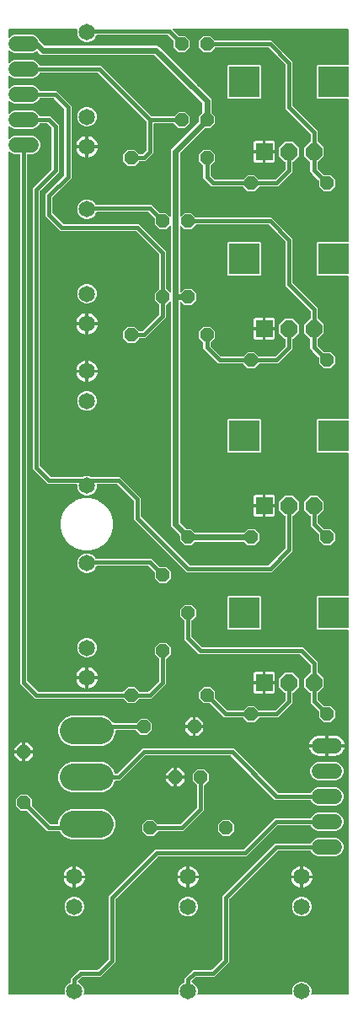
<source format=gbr>
G04 EAGLE Gerber RS-274X export*
G75*
%MOMM*%
%FSLAX34Y34*%
%LPD*%
%INBottom Copper*%
%IPPOS*%
%AMOC8*
5,1,8,0,0,1.08239X$1,22.5*%
G01*
%ADD10R,1.676400X1.676400*%
%ADD11P,1.814519X8X292.500000*%
%ADD12R,3.116000X3.116000*%
%ADD13C,1.650000*%
%ADD14P,1.429621X8X202.500000*%
%ADD15P,1.429621X8X292.500000*%
%ADD16P,1.429621X8X112.500000*%
%ADD17P,1.429621X8X22.500000*%
%ADD18C,2.705100*%
%ADD19C,1.524000*%
%ADD20C,0.609600*%
%ADD21C,0.406400*%

G36*
X65909Y10168D02*
X65909Y10168D01*
X65955Y10166D01*
X66030Y10188D01*
X66107Y10200D01*
X66147Y10222D01*
X66191Y10235D01*
X66255Y10279D01*
X66324Y10316D01*
X66355Y10349D01*
X66393Y10375D01*
X66440Y10438D01*
X66493Y10494D01*
X66513Y10535D01*
X66540Y10572D01*
X66564Y10647D01*
X66597Y10717D01*
X66602Y10763D01*
X66616Y10806D01*
X66615Y10884D01*
X66624Y10961D01*
X66614Y11006D01*
X66614Y11052D01*
X66576Y11183D01*
X66572Y11202D01*
X66569Y11206D01*
X66567Y11213D01*
X66425Y11556D01*
X66425Y15444D01*
X67913Y19037D01*
X70663Y21787D01*
X72173Y22412D01*
X72273Y22474D01*
X72306Y22494D01*
X72309Y22496D01*
X72310Y22496D01*
X72373Y22534D01*
X72377Y22539D01*
X72382Y22542D01*
X72457Y22631D01*
X72533Y22721D01*
X72535Y22727D01*
X72539Y22731D01*
X72581Y22839D01*
X72625Y22949D01*
X72626Y22956D01*
X72627Y22961D01*
X72628Y22979D01*
X72643Y23116D01*
X72643Y26873D01*
X81077Y35307D01*
X99811Y35307D01*
X99902Y35321D01*
X99992Y35329D01*
X100022Y35341D01*
X100054Y35346D01*
X100135Y35389D01*
X100219Y35425D01*
X100251Y35451D01*
X100272Y35462D01*
X100294Y35485D01*
X100350Y35530D01*
X110520Y45700D01*
X110573Y45774D01*
X110633Y45844D01*
X110645Y45874D01*
X110664Y45900D01*
X110691Y45987D01*
X110725Y46072D01*
X110729Y46113D01*
X110736Y46135D01*
X110735Y46167D01*
X110743Y46239D01*
X110743Y109423D01*
X113050Y111730D01*
X154970Y153650D01*
X157277Y155957D01*
X245861Y155957D01*
X245952Y155971D01*
X246042Y155979D01*
X246072Y155991D01*
X246104Y155996D01*
X246185Y156039D01*
X246269Y156075D01*
X246301Y156101D01*
X246322Y156112D01*
X246344Y156135D01*
X246400Y156180D01*
X277927Y187707D01*
X313646Y187707D01*
X313761Y187726D01*
X313877Y187743D01*
X313883Y187745D01*
X313889Y187746D01*
X313992Y187801D01*
X314097Y187854D01*
X314101Y187859D01*
X314107Y187862D01*
X314186Y187946D01*
X314269Y188030D01*
X314272Y188036D01*
X314276Y188040D01*
X314284Y188057D01*
X314350Y188177D01*
X314827Y189330D01*
X317400Y191903D01*
X320761Y193295D01*
X339639Y193295D01*
X343000Y191903D01*
X345573Y189330D01*
X346965Y185969D01*
X346965Y182331D01*
X345573Y178970D01*
X343000Y176397D01*
X339639Y175005D01*
X320761Y175005D01*
X317400Y176397D01*
X314827Y178970D01*
X314350Y180123D01*
X314288Y180223D01*
X314228Y180323D01*
X314223Y180327D01*
X314220Y180332D01*
X314130Y180407D01*
X314041Y180483D01*
X314035Y180485D01*
X314031Y180489D01*
X313922Y180531D01*
X313813Y180575D01*
X313806Y180576D01*
X313801Y180577D01*
X313783Y180578D01*
X313646Y180593D01*
X281189Y180593D01*
X281098Y180579D01*
X281008Y180571D01*
X280978Y180559D01*
X280946Y180554D01*
X280865Y180511D01*
X280781Y180475D01*
X280749Y180449D01*
X280728Y180438D01*
X280706Y180415D01*
X280650Y180370D01*
X249123Y148843D01*
X160539Y148843D01*
X160448Y148829D01*
X160358Y148821D01*
X160328Y148809D01*
X160296Y148804D01*
X160215Y148761D01*
X160131Y148725D01*
X160099Y148699D01*
X160078Y148688D01*
X160056Y148665D01*
X160000Y148620D01*
X118080Y106700D01*
X118027Y106626D01*
X117967Y106556D01*
X117955Y106526D01*
X117936Y106500D01*
X117909Y106413D01*
X117875Y106328D01*
X117871Y106287D01*
X117864Y106265D01*
X117865Y106233D01*
X117857Y106161D01*
X117857Y42977D01*
X103073Y28193D01*
X84339Y28193D01*
X84248Y28179D01*
X84158Y28171D01*
X84128Y28159D01*
X84096Y28154D01*
X84015Y28111D01*
X83931Y28075D01*
X83899Y28049D01*
X83878Y28038D01*
X83856Y28015D01*
X83800Y27970D01*
X79980Y24150D01*
X79927Y24076D01*
X79867Y24006D01*
X79855Y23976D01*
X79836Y23950D01*
X79809Y23863D01*
X79775Y23778D01*
X79771Y23737D01*
X79764Y23715D01*
X79765Y23683D01*
X79757Y23611D01*
X79757Y23116D01*
X79776Y23001D01*
X79793Y22885D01*
X79795Y22879D01*
X79796Y22873D01*
X79851Y22770D01*
X79904Y22665D01*
X79909Y22661D01*
X79912Y22655D01*
X79996Y22576D01*
X80080Y22493D01*
X80086Y22489D01*
X80090Y22486D01*
X80107Y22478D01*
X80156Y22451D01*
X80227Y22412D01*
X81737Y21787D01*
X84487Y19037D01*
X85975Y15444D01*
X85975Y11556D01*
X85833Y11213D01*
X85822Y11169D01*
X85803Y11127D01*
X85794Y11050D01*
X85777Y10974D01*
X85781Y10928D01*
X85776Y10883D01*
X85793Y10806D01*
X85800Y10729D01*
X85818Y10687D01*
X85828Y10642D01*
X85868Y10575D01*
X85900Y10504D01*
X85931Y10470D01*
X85954Y10431D01*
X86014Y10380D01*
X86066Y10323D01*
X86106Y10301D01*
X86141Y10271D01*
X86214Y10242D01*
X86282Y10205D01*
X86327Y10196D01*
X86369Y10179D01*
X86505Y10164D01*
X86524Y10161D01*
X86529Y10162D01*
X86536Y10161D01*
X180164Y10161D01*
X180209Y10168D01*
X180255Y10166D01*
X180330Y10188D01*
X180407Y10200D01*
X180447Y10222D01*
X180491Y10235D01*
X180555Y10279D01*
X180624Y10316D01*
X180655Y10349D01*
X180693Y10375D01*
X180740Y10438D01*
X180793Y10494D01*
X180813Y10535D01*
X180840Y10572D01*
X180864Y10647D01*
X180897Y10717D01*
X180902Y10763D01*
X180916Y10806D01*
X180915Y10884D01*
X180924Y10961D01*
X180914Y11006D01*
X180914Y11052D01*
X180876Y11183D01*
X180872Y11202D01*
X180869Y11206D01*
X180867Y11213D01*
X180725Y11556D01*
X180725Y15444D01*
X182213Y19037D01*
X184963Y21787D01*
X186473Y22412D01*
X186573Y22474D01*
X186606Y22493D01*
X186610Y22496D01*
X186673Y22534D01*
X186677Y22538D01*
X186682Y22542D01*
X186757Y22632D01*
X186833Y22721D01*
X186835Y22726D01*
X186839Y22731D01*
X186881Y22840D01*
X186925Y22949D01*
X186926Y22956D01*
X186927Y22961D01*
X186928Y22979D01*
X186943Y23115D01*
X186943Y26873D01*
X195377Y35307D01*
X214111Y35307D01*
X214202Y35321D01*
X214292Y35329D01*
X214322Y35341D01*
X214354Y35346D01*
X214435Y35389D01*
X214519Y35425D01*
X214551Y35451D01*
X214572Y35462D01*
X214594Y35485D01*
X214650Y35530D01*
X224820Y45700D01*
X224873Y45774D01*
X224933Y45844D01*
X224945Y45874D01*
X224964Y45900D01*
X224991Y45987D01*
X225025Y46072D01*
X225029Y46113D01*
X225036Y46135D01*
X225035Y46167D01*
X225043Y46239D01*
X225043Y109423D01*
X277927Y162307D01*
X313646Y162307D01*
X313761Y162326D01*
X313877Y162343D01*
X313883Y162345D01*
X313889Y162346D01*
X313992Y162401D01*
X314097Y162454D01*
X314101Y162459D01*
X314107Y162462D01*
X314186Y162546D01*
X314269Y162630D01*
X314272Y162636D01*
X314276Y162640D01*
X314284Y162657D01*
X314350Y162777D01*
X314827Y163930D01*
X317400Y166503D01*
X320761Y167895D01*
X339639Y167895D01*
X343000Y166503D01*
X345573Y163930D01*
X346965Y160569D01*
X346965Y156931D01*
X345573Y153570D01*
X343000Y150997D01*
X339639Y149605D01*
X320761Y149605D01*
X317400Y150997D01*
X314827Y153570D01*
X314350Y154723D01*
X314288Y154823D01*
X314228Y154923D01*
X314223Y154927D01*
X314220Y154932D01*
X314130Y155007D01*
X314041Y155083D01*
X314035Y155085D01*
X314031Y155089D01*
X313922Y155131D01*
X313813Y155175D01*
X313806Y155176D01*
X313801Y155177D01*
X313783Y155178D01*
X313646Y155193D01*
X281189Y155193D01*
X281098Y155179D01*
X281008Y155171D01*
X280978Y155159D01*
X280946Y155154D01*
X280865Y155111D01*
X280781Y155075D01*
X280749Y155049D01*
X280728Y155038D01*
X280706Y155015D01*
X280650Y154970D01*
X232380Y106700D01*
X232327Y106626D01*
X232267Y106556D01*
X232255Y106526D01*
X232236Y106500D01*
X232209Y106413D01*
X232175Y106328D01*
X232171Y106287D01*
X232164Y106265D01*
X232165Y106233D01*
X232157Y106161D01*
X232157Y42977D01*
X217373Y28193D01*
X198639Y28193D01*
X198548Y28179D01*
X198458Y28171D01*
X198428Y28159D01*
X198396Y28154D01*
X198315Y28111D01*
X198231Y28075D01*
X198199Y28049D01*
X198178Y28038D01*
X198156Y28015D01*
X198100Y27970D01*
X194280Y24150D01*
X194227Y24076D01*
X194167Y24006D01*
X194155Y23976D01*
X194136Y23950D01*
X194109Y23863D01*
X194075Y23778D01*
X194071Y23737D01*
X194064Y23715D01*
X194065Y23683D01*
X194057Y23611D01*
X194057Y23115D01*
X194076Y23001D01*
X194093Y22885D01*
X194095Y22879D01*
X194096Y22873D01*
X194151Y22770D01*
X194204Y22665D01*
X194209Y22661D01*
X194212Y22655D01*
X194296Y22576D01*
X194380Y22493D01*
X194386Y22489D01*
X194390Y22486D01*
X194407Y22478D01*
X194455Y22451D01*
X194456Y22451D01*
X194527Y22412D01*
X196037Y21787D01*
X198787Y19037D01*
X200275Y15444D01*
X200275Y11556D01*
X200133Y11213D01*
X200122Y11169D01*
X200103Y11127D01*
X200094Y11050D01*
X200077Y10974D01*
X200081Y10928D01*
X200076Y10883D01*
X200093Y10806D01*
X200100Y10729D01*
X200118Y10687D01*
X200128Y10642D01*
X200168Y10575D01*
X200200Y10504D01*
X200231Y10470D01*
X200254Y10431D01*
X200314Y10380D01*
X200366Y10323D01*
X200406Y10301D01*
X200441Y10271D01*
X200514Y10242D01*
X200582Y10205D01*
X200627Y10196D01*
X200669Y10179D01*
X200805Y10164D01*
X200824Y10161D01*
X200829Y10162D01*
X200836Y10161D01*
X294464Y10161D01*
X294509Y10168D01*
X294555Y10166D01*
X294630Y10188D01*
X294707Y10200D01*
X294747Y10222D01*
X294791Y10235D01*
X294855Y10279D01*
X294924Y10316D01*
X294955Y10349D01*
X294993Y10375D01*
X295040Y10438D01*
X295093Y10494D01*
X295113Y10535D01*
X295140Y10572D01*
X295164Y10647D01*
X295197Y10717D01*
X295202Y10763D01*
X295216Y10806D01*
X295215Y10884D01*
X295224Y10961D01*
X295214Y11006D01*
X295214Y11052D01*
X295176Y11183D01*
X295172Y11202D01*
X295169Y11206D01*
X295167Y11213D01*
X295025Y11556D01*
X295025Y15444D01*
X296513Y19037D01*
X299263Y21787D01*
X302856Y23275D01*
X306744Y23275D01*
X310337Y21787D01*
X313087Y19037D01*
X314575Y15444D01*
X314575Y11556D01*
X314433Y11213D01*
X314422Y11169D01*
X314403Y11127D01*
X314394Y11050D01*
X314377Y10974D01*
X314381Y10928D01*
X314376Y10883D01*
X314393Y10806D01*
X314400Y10729D01*
X314418Y10687D01*
X314428Y10642D01*
X314468Y10575D01*
X314500Y10504D01*
X314531Y10470D01*
X314554Y10431D01*
X314614Y10380D01*
X314666Y10323D01*
X314706Y10301D01*
X314741Y10271D01*
X314814Y10242D01*
X314882Y10205D01*
X314927Y10196D01*
X314969Y10179D01*
X315105Y10164D01*
X315124Y10161D01*
X315129Y10162D01*
X315136Y10161D01*
X351028Y10161D01*
X351048Y10164D01*
X351067Y10162D01*
X351169Y10184D01*
X351271Y10200D01*
X351288Y10210D01*
X351308Y10214D01*
X351397Y10267D01*
X351488Y10316D01*
X351502Y10330D01*
X351519Y10340D01*
X351586Y10419D01*
X351658Y10494D01*
X351666Y10512D01*
X351679Y10527D01*
X351718Y10623D01*
X351761Y10717D01*
X351763Y10737D01*
X351771Y10755D01*
X351789Y10922D01*
X351789Y375834D01*
X351786Y375854D01*
X351788Y375873D01*
X351766Y375975D01*
X351750Y376077D01*
X351740Y376094D01*
X351736Y376114D01*
X351683Y376203D01*
X351634Y376294D01*
X351620Y376308D01*
X351610Y376325D01*
X351531Y376392D01*
X351456Y376464D01*
X351438Y376472D01*
X351423Y376485D01*
X351327Y376524D01*
X351233Y376567D01*
X351213Y376569D01*
X351195Y376577D01*
X351028Y376595D01*
X320888Y376595D01*
X319995Y377488D01*
X319995Y409912D01*
X320888Y410805D01*
X351028Y410805D01*
X351048Y410808D01*
X351067Y410806D01*
X351169Y410828D01*
X351271Y410844D01*
X351288Y410854D01*
X351308Y410858D01*
X351397Y410911D01*
X351488Y410960D01*
X351502Y410974D01*
X351519Y410984D01*
X351586Y411063D01*
X351658Y411138D01*
X351666Y411156D01*
X351679Y411171D01*
X351718Y411267D01*
X351761Y411361D01*
X351763Y411381D01*
X351771Y411399D01*
X351789Y411566D01*
X351789Y553634D01*
X351786Y553654D01*
X351788Y553673D01*
X351766Y553775D01*
X351750Y553877D01*
X351740Y553894D01*
X351736Y553914D01*
X351683Y554003D01*
X351634Y554094D01*
X351620Y554108D01*
X351610Y554125D01*
X351531Y554192D01*
X351456Y554264D01*
X351438Y554272D01*
X351423Y554285D01*
X351327Y554324D01*
X351233Y554367D01*
X351213Y554369D01*
X351195Y554377D01*
X351028Y554395D01*
X320888Y554395D01*
X319995Y555288D01*
X319995Y587712D01*
X320888Y588605D01*
X351028Y588605D01*
X351048Y588608D01*
X351067Y588606D01*
X351169Y588628D01*
X351271Y588644D01*
X351288Y588654D01*
X351308Y588658D01*
X351397Y588711D01*
X351488Y588760D01*
X351502Y588774D01*
X351519Y588784D01*
X351586Y588863D01*
X351658Y588938D01*
X351666Y588956D01*
X351679Y588971D01*
X351718Y589067D01*
X351761Y589161D01*
X351763Y589181D01*
X351771Y589199D01*
X351789Y589366D01*
X351789Y731434D01*
X351786Y731454D01*
X351788Y731473D01*
X351766Y731575D01*
X351750Y731677D01*
X351740Y731694D01*
X351736Y731714D01*
X351683Y731803D01*
X351634Y731894D01*
X351620Y731908D01*
X351610Y731925D01*
X351531Y731992D01*
X351456Y732064D01*
X351438Y732072D01*
X351423Y732085D01*
X351327Y732124D01*
X351233Y732167D01*
X351213Y732169D01*
X351195Y732177D01*
X351028Y732195D01*
X320888Y732195D01*
X319995Y733088D01*
X319995Y765512D01*
X320888Y766405D01*
X351028Y766405D01*
X351048Y766408D01*
X351067Y766406D01*
X351169Y766428D01*
X351271Y766444D01*
X351288Y766454D01*
X351308Y766458D01*
X351397Y766511D01*
X351488Y766560D01*
X351502Y766574D01*
X351519Y766584D01*
X351586Y766663D01*
X351658Y766738D01*
X351666Y766756D01*
X351679Y766771D01*
X351718Y766867D01*
X351761Y766961D01*
X351763Y766981D01*
X351771Y766999D01*
X351789Y767166D01*
X351789Y909234D01*
X351786Y909254D01*
X351788Y909273D01*
X351766Y909375D01*
X351750Y909477D01*
X351740Y909494D01*
X351736Y909514D01*
X351683Y909603D01*
X351634Y909694D01*
X351620Y909708D01*
X351610Y909725D01*
X351531Y909792D01*
X351456Y909864D01*
X351438Y909872D01*
X351423Y909885D01*
X351327Y909924D01*
X351233Y909967D01*
X351213Y909969D01*
X351195Y909977D01*
X351028Y909995D01*
X320888Y909995D01*
X319995Y910888D01*
X319995Y943312D01*
X320888Y944205D01*
X351028Y944205D01*
X351048Y944208D01*
X351067Y944206D01*
X351169Y944228D01*
X351271Y944244D01*
X351288Y944254D01*
X351308Y944258D01*
X351397Y944311D01*
X351488Y944360D01*
X351502Y944374D01*
X351519Y944384D01*
X351586Y944463D01*
X351658Y944538D01*
X351666Y944556D01*
X351679Y944571D01*
X351718Y944667D01*
X351761Y944761D01*
X351763Y944781D01*
X351771Y944799D01*
X351789Y944966D01*
X351789Y979675D01*
X351786Y979695D01*
X351788Y979715D01*
X351766Y979816D01*
X351750Y979918D01*
X351740Y979935D01*
X351736Y979955D01*
X351683Y980044D01*
X351634Y980135D01*
X351620Y980149D01*
X351610Y980166D01*
X351531Y980233D01*
X351456Y980305D01*
X351438Y980313D01*
X351423Y980326D01*
X351327Y980365D01*
X351233Y980408D01*
X351213Y980410D01*
X351195Y980418D01*
X351028Y980436D01*
X175830Y980388D01*
X175759Y980376D01*
X175687Y980374D01*
X175638Y980356D01*
X175587Y980348D01*
X175524Y980315D01*
X175456Y980290D01*
X175416Y980257D01*
X175370Y980233D01*
X175320Y980181D01*
X175264Y980136D01*
X175236Y980092D01*
X175200Y980055D01*
X175170Y979990D01*
X175131Y979929D01*
X175119Y979879D01*
X175097Y979831D01*
X175089Y979760D01*
X175071Y979691D01*
X175075Y979639D01*
X175070Y979587D01*
X175085Y979517D01*
X175091Y979446D01*
X175111Y979398D01*
X175122Y979347D01*
X175159Y979285D01*
X175187Y979219D01*
X175232Y979163D01*
X175248Y979135D01*
X175266Y979120D01*
X175292Y979088D01*
X180828Y973552D01*
X180902Y973499D01*
X180972Y973439D01*
X181002Y973427D01*
X181028Y973408D01*
X181115Y973381D01*
X181200Y973347D01*
X181241Y973343D01*
X181263Y973336D01*
X181295Y973337D01*
X181367Y973329D01*
X187517Y973329D01*
X192279Y968567D01*
X192279Y961833D01*
X187517Y957071D01*
X180783Y957071D01*
X176021Y961833D01*
X176021Y967983D01*
X176007Y968074D01*
X175999Y968164D01*
X175987Y968194D01*
X175982Y968226D01*
X175939Y968307D01*
X175903Y968391D01*
X175877Y968423D01*
X175866Y968444D01*
X175843Y968466D01*
X175798Y968522D01*
X170200Y974120D01*
X170126Y974173D01*
X170056Y974233D01*
X170026Y974245D01*
X170000Y974264D01*
X169913Y974291D01*
X169828Y974325D01*
X169787Y974329D01*
X169765Y974336D01*
X169733Y974335D01*
X169661Y974343D01*
X98847Y974343D01*
X98732Y974324D01*
X98616Y974307D01*
X98610Y974305D01*
X98604Y974304D01*
X98501Y974249D01*
X98397Y974196D01*
X98392Y974191D01*
X98387Y974188D01*
X98307Y974104D01*
X98224Y974020D01*
X98221Y974014D01*
X98217Y974010D01*
X98210Y973993D01*
X98144Y973873D01*
X97187Y971563D01*
X94437Y968813D01*
X90844Y967325D01*
X86956Y967325D01*
X83363Y968813D01*
X80613Y971563D01*
X79125Y975156D01*
X79125Y979044D01*
X79235Y979308D01*
X79245Y979353D01*
X79265Y979395D01*
X79273Y979472D01*
X79291Y979548D01*
X79287Y979594D01*
X79292Y979639D01*
X79275Y979715D01*
X79268Y979793D01*
X79249Y979835D01*
X79239Y979880D01*
X79199Y979946D01*
X79168Y980017D01*
X79137Y980051D01*
X79113Y980091D01*
X79054Y980141D01*
X79001Y980199D01*
X78961Y980221D01*
X78926Y980251D01*
X78854Y980280D01*
X78786Y980317D01*
X78741Y980325D01*
X78698Y980343D01*
X78562Y980358D01*
X78544Y980361D01*
X78539Y980360D01*
X78531Y980361D01*
X10922Y980342D01*
X10902Y980339D01*
X10883Y980341D01*
X10781Y980319D01*
X10679Y980302D01*
X10662Y980293D01*
X10642Y980289D01*
X10553Y980236D01*
X10462Y980187D01*
X10448Y980173D01*
X10431Y980163D01*
X10364Y980084D01*
X10292Y980009D01*
X10284Y979991D01*
X10271Y979976D01*
X10232Y979880D01*
X10189Y979786D01*
X10187Y979766D01*
X10179Y979748D01*
X10161Y979581D01*
X10161Y972351D01*
X10162Y972343D01*
X10162Y972341D01*
X10164Y972330D01*
X10172Y972280D01*
X10174Y972209D01*
X10192Y972160D01*
X10200Y972108D01*
X10234Y972045D01*
X10259Y971978D01*
X10291Y971937D01*
X10316Y971891D01*
X10368Y971842D01*
X10412Y971786D01*
X10456Y971757D01*
X10494Y971722D01*
X10559Y971691D01*
X10619Y971653D01*
X10670Y971640D01*
X10717Y971618D01*
X10788Y971610D01*
X10858Y971593D01*
X10910Y971597D01*
X10961Y971591D01*
X11032Y971606D01*
X11103Y971612D01*
X11151Y971632D01*
X11202Y971643D01*
X11263Y971680D01*
X11329Y971708D01*
X11385Y971753D01*
X11413Y971769D01*
X11428Y971787D01*
X11460Y971813D01*
X12600Y972953D01*
X15961Y974345D01*
X34839Y974345D01*
X38200Y972953D01*
X40773Y970380D01*
X41694Y968154D01*
X41729Y968098D01*
X41755Y968038D01*
X41807Y967974D01*
X41824Y967945D01*
X41839Y967933D01*
X41859Y967907D01*
X46121Y963646D01*
X46195Y963593D01*
X46265Y963533D01*
X46295Y963521D01*
X46321Y963502D01*
X46408Y963475D01*
X46493Y963441D01*
X46534Y963437D01*
X46556Y963430D01*
X46588Y963431D01*
X46659Y963423D01*
X158023Y963423D01*
X158026Y963423D01*
X158030Y963423D01*
X159925Y963440D01*
X161265Y962100D01*
X161267Y962099D01*
X161270Y962095D01*
X198498Y925541D01*
X198569Y925490D01*
X198620Y925447D01*
X200066Y924001D01*
X200068Y924000D01*
X200071Y923996D01*
X201521Y922572D01*
X201549Y922536D01*
X201561Y922514D01*
X201584Y922493D01*
X201626Y922441D01*
X211221Y912846D01*
X214123Y909944D01*
X214123Y896238D01*
X214125Y896226D01*
X214124Y896216D01*
X214134Y896168D01*
X214137Y896148D01*
X214145Y896057D01*
X214157Y896028D01*
X214162Y895996D01*
X214205Y895915D01*
X214241Y895831D01*
X214267Y895799D01*
X214278Y895778D01*
X214301Y895756D01*
X214346Y895700D01*
X217679Y892367D01*
X217679Y885633D01*
X212917Y880871D01*
X208203Y880871D01*
X208113Y880857D01*
X208022Y880849D01*
X207993Y880837D01*
X207961Y880832D01*
X207880Y880789D01*
X207796Y880753D01*
X207764Y880727D01*
X207743Y880716D01*
X207721Y880693D01*
X207665Y880648D01*
X182596Y855579D01*
X182543Y855505D01*
X182483Y855435D01*
X182471Y855405D01*
X182452Y855379D01*
X182425Y855292D01*
X182391Y855207D01*
X182387Y855166D01*
X182380Y855144D01*
X182381Y855112D01*
X182373Y855041D01*
X182373Y792606D01*
X182384Y792536D01*
X182386Y792464D01*
X182404Y792415D01*
X182412Y792364D01*
X182446Y792300D01*
X182471Y792233D01*
X182503Y792192D01*
X182528Y792146D01*
X182580Y792097D01*
X182624Y792041D01*
X182668Y792013D01*
X182706Y791977D01*
X182771Y791947D01*
X182831Y791908D01*
X182882Y791895D01*
X182929Y791873D01*
X183000Y791865D01*
X183070Y791848D01*
X183122Y791852D01*
X183173Y791846D01*
X183244Y791861D01*
X183315Y791867D01*
X183363Y791887D01*
X183414Y791898D01*
X183475Y791935D01*
X183541Y791963D01*
X183597Y792008D01*
X183625Y792025D01*
X183640Y792042D01*
X183672Y792068D01*
X187133Y795529D01*
X193867Y795529D01*
X198216Y791180D01*
X198290Y791127D01*
X198359Y791067D01*
X198390Y791055D01*
X198416Y791036D01*
X198503Y791009D01*
X198588Y790975D01*
X198629Y790971D01*
X198651Y790964D01*
X198683Y790965D01*
X198754Y790957D01*
X274523Y790957D01*
X295657Y769823D01*
X295657Y725689D01*
X295671Y725598D01*
X295679Y725508D01*
X295691Y725478D01*
X295696Y725446D01*
X295739Y725365D01*
X295775Y725281D01*
X295801Y725249D01*
X295812Y725228D01*
X295835Y725206D01*
X295880Y725150D01*
X321057Y699973D01*
X321057Y693709D01*
X321070Y693631D01*
X321073Y693552D01*
X321089Y693510D01*
X321096Y693467D01*
X321104Y693452D01*
X321057Y691956D01*
X321058Y691947D01*
X321057Y691932D01*
X321057Y690418D01*
X321025Y690346D01*
X321017Y690287D01*
X321008Y690259D01*
X321009Y690231D01*
X321001Y690179D01*
X320988Y689762D01*
X321001Y689659D01*
X321009Y689557D01*
X321017Y689538D01*
X321020Y689518D01*
X321066Y689425D01*
X321106Y689331D01*
X321121Y689311D01*
X321128Y689297D01*
X321151Y689274D01*
X321211Y689200D01*
X327007Y683404D01*
X327007Y675196D01*
X321154Y669343D01*
X321138Y669340D01*
X321049Y669287D01*
X320958Y669238D01*
X320944Y669224D01*
X320927Y669214D01*
X320860Y669135D01*
X320788Y669060D01*
X320780Y669042D01*
X320767Y669027D01*
X320728Y668931D01*
X320685Y668837D01*
X320683Y668817D01*
X320675Y668799D01*
X320657Y668632D01*
X320657Y662228D01*
X320672Y662132D01*
X320681Y662035D01*
X320692Y662011D01*
X320696Y661985D01*
X320742Y661900D01*
X320781Y661811D01*
X320802Y661785D01*
X320812Y661768D01*
X320835Y661745D01*
X320888Y661681D01*
X326704Y656043D01*
X326774Y655995D01*
X326839Y655939D01*
X326874Y655925D01*
X326906Y655903D01*
X326987Y655879D01*
X327067Y655847D01*
X327116Y655842D01*
X327142Y655834D01*
X327172Y655836D01*
X327233Y655829D01*
X333567Y655829D01*
X338329Y651067D01*
X338329Y644333D01*
X333567Y639571D01*
X326833Y639571D01*
X322071Y644333D01*
X322071Y650304D01*
X322056Y650400D01*
X322047Y650497D01*
X322036Y650521D01*
X322032Y650547D01*
X321986Y650633D01*
X321947Y650722D01*
X321926Y650747D01*
X321916Y650765D01*
X321893Y650787D01*
X321840Y650851D01*
X315880Y656629D01*
X315810Y656677D01*
X315745Y656733D01*
X315732Y656738D01*
X314608Y657862D01*
X314605Y657864D01*
X314600Y657870D01*
X313543Y658894D01*
X313543Y660366D01*
X313542Y660371D01*
X313543Y660378D01*
X313519Y661967D01*
X313525Y661983D01*
X313530Y662032D01*
X313538Y662058D01*
X313536Y662088D01*
X313543Y662149D01*
X313543Y668632D01*
X313540Y668652D01*
X313542Y668671D01*
X313520Y668773D01*
X313504Y668875D01*
X313494Y668892D01*
X313490Y668912D01*
X313437Y669001D01*
X313388Y669092D01*
X313374Y669106D01*
X313364Y669123D01*
X313285Y669190D01*
X313210Y669262D01*
X313192Y669270D01*
X313177Y669283D01*
X313081Y669322D01*
X313057Y669333D01*
X307193Y675196D01*
X307193Y683404D01*
X312996Y689207D01*
X313116Y689207D01*
X313124Y689208D01*
X313131Y689207D01*
X313245Y689228D01*
X313359Y689246D01*
X313366Y689250D01*
X313373Y689252D01*
X313474Y689308D01*
X313576Y689362D01*
X313581Y689367D01*
X313588Y689371D01*
X313666Y689457D01*
X313745Y689540D01*
X313749Y689547D01*
X313754Y689553D01*
X313800Y689659D01*
X313849Y689763D01*
X313850Y689771D01*
X313853Y689778D01*
X313877Y689944D01*
X313943Y692044D01*
X313942Y692054D01*
X313943Y692068D01*
X313943Y696711D01*
X313929Y696802D01*
X313921Y696892D01*
X313909Y696922D01*
X313904Y696954D01*
X313861Y697035D01*
X313825Y697119D01*
X313799Y697151D01*
X313788Y697172D01*
X313765Y697194D01*
X313720Y697250D01*
X288543Y722427D01*
X288543Y766561D01*
X288529Y766652D01*
X288521Y766742D01*
X288509Y766772D01*
X288504Y766804D01*
X288461Y766885D01*
X288425Y766969D01*
X288399Y767001D01*
X288388Y767022D01*
X288365Y767044D01*
X288320Y767100D01*
X271800Y783620D01*
X271726Y783673D01*
X271656Y783733D01*
X271626Y783745D01*
X271600Y783764D01*
X271513Y783791D01*
X271428Y783825D01*
X271387Y783829D01*
X271365Y783836D01*
X271333Y783835D01*
X271261Y783843D01*
X198754Y783843D01*
X198664Y783829D01*
X198573Y783821D01*
X198544Y783809D01*
X198512Y783804D01*
X198431Y783761D01*
X198347Y783725D01*
X198315Y783699D01*
X198294Y783688D01*
X198272Y783665D01*
X198216Y783620D01*
X193867Y779271D01*
X187133Y779271D01*
X183672Y782732D01*
X183614Y782774D01*
X183562Y782823D01*
X183515Y782845D01*
X183473Y782876D01*
X183404Y782897D01*
X183339Y782927D01*
X183287Y782933D01*
X183237Y782948D01*
X183166Y782946D01*
X183095Y782954D01*
X183044Y782943D01*
X182992Y782942D01*
X182924Y782917D01*
X182854Y782902D01*
X182809Y782875D01*
X182761Y782857D01*
X182705Y782812D01*
X182643Y782775D01*
X182609Y782736D01*
X182569Y782703D01*
X182530Y782643D01*
X182483Y782589D01*
X182464Y782540D01*
X182436Y782496D01*
X182418Y782427D01*
X182391Y782360D01*
X182383Y782289D01*
X182375Y782258D01*
X182377Y782235D01*
X182373Y782194D01*
X182373Y716534D01*
X182376Y716514D01*
X182374Y716495D01*
X182396Y716393D01*
X182412Y716291D01*
X182422Y716274D01*
X182426Y716254D01*
X182479Y716165D01*
X182528Y716074D01*
X182542Y716060D01*
X182552Y716043D01*
X182631Y715976D01*
X182706Y715904D01*
X182724Y715896D01*
X182739Y715883D01*
X182835Y715844D01*
X182929Y715801D01*
X182949Y715799D01*
X182967Y715791D01*
X183134Y715773D01*
X183262Y715773D01*
X183352Y715787D01*
X183443Y715795D01*
X183472Y715807D01*
X183504Y715812D01*
X183585Y715855D01*
X183669Y715891D01*
X183701Y715917D01*
X183722Y715928D01*
X183744Y715951D01*
X183800Y715996D01*
X187133Y719329D01*
X193867Y719329D01*
X198629Y714567D01*
X198629Y707833D01*
X193867Y703071D01*
X187133Y703071D01*
X183800Y706404D01*
X183726Y706457D01*
X183657Y706517D01*
X183626Y706529D01*
X183600Y706548D01*
X183513Y706575D01*
X183428Y706609D01*
X183387Y706613D01*
X183365Y706620D01*
X183333Y706619D01*
X183262Y706627D01*
X183134Y706627D01*
X183114Y706624D01*
X183095Y706626D01*
X182993Y706604D01*
X182891Y706588D01*
X182874Y706578D01*
X182854Y706574D01*
X182765Y706521D01*
X182674Y706472D01*
X182660Y706458D01*
X182643Y706448D01*
X182576Y706369D01*
X182504Y706294D01*
X182496Y706276D01*
X182483Y706261D01*
X182444Y706165D01*
X182401Y706071D01*
X182399Y706051D01*
X182391Y706033D01*
X182373Y705866D01*
X182373Y484809D01*
X182387Y484719D01*
X182395Y484628D01*
X182407Y484599D01*
X182412Y484567D01*
X182455Y484486D01*
X182491Y484402D01*
X182517Y484370D01*
X182528Y484349D01*
X182551Y484327D01*
X182596Y484271D01*
X188615Y478252D01*
X188689Y478199D01*
X188759Y478139D01*
X188789Y478127D01*
X188815Y478108D01*
X188902Y478081D01*
X188987Y478047D01*
X189028Y478043D01*
X189050Y478036D01*
X189082Y478037D01*
X189153Y478029D01*
X193867Y478029D01*
X197200Y474696D01*
X197274Y474643D01*
X197343Y474583D01*
X197374Y474571D01*
X197400Y474552D01*
X197487Y474525D01*
X197572Y474491D01*
X197613Y474487D01*
X197635Y474480D01*
X197667Y474481D01*
X197738Y474473D01*
X246762Y474473D01*
X246852Y474487D01*
X246943Y474495D01*
X246972Y474507D01*
X247004Y474512D01*
X247085Y474555D01*
X247169Y474591D01*
X247201Y474617D01*
X247222Y474628D01*
X247244Y474651D01*
X247300Y474696D01*
X250633Y478029D01*
X257367Y478029D01*
X262129Y473267D01*
X262129Y466533D01*
X257367Y461771D01*
X250633Y461771D01*
X247300Y465104D01*
X247226Y465157D01*
X247157Y465217D01*
X247126Y465229D01*
X247100Y465248D01*
X247013Y465275D01*
X246928Y465309D01*
X246887Y465313D01*
X246865Y465320D01*
X246833Y465319D01*
X246762Y465327D01*
X197738Y465327D01*
X197648Y465313D01*
X197557Y465305D01*
X197528Y465293D01*
X197496Y465288D01*
X197415Y465245D01*
X197331Y465209D01*
X197299Y465183D01*
X197278Y465172D01*
X197256Y465149D01*
X197200Y465104D01*
X193867Y461771D01*
X187133Y461771D01*
X182371Y466533D01*
X182371Y471247D01*
X182357Y471337D01*
X182349Y471428D01*
X182337Y471457D01*
X182332Y471489D01*
X182289Y471570D01*
X182253Y471654D01*
X182227Y471686D01*
X182216Y471707D01*
X182193Y471729D01*
X182148Y471785D01*
X173227Y480706D01*
X173227Y705994D01*
X173216Y706064D01*
X173214Y706136D01*
X173196Y706185D01*
X173188Y706236D01*
X173154Y706300D01*
X173129Y706367D01*
X173097Y706408D01*
X173072Y706454D01*
X173020Y706503D01*
X172976Y706559D01*
X172932Y706587D01*
X172894Y706623D01*
X172829Y706653D01*
X172769Y706692D01*
X172718Y706705D01*
X172671Y706727D01*
X172600Y706735D01*
X172530Y706752D01*
X172478Y706748D01*
X172427Y706754D01*
X172356Y706739D01*
X172285Y706733D01*
X172237Y706713D01*
X172186Y706702D01*
X172125Y706665D01*
X172059Y706637D01*
X172003Y706592D01*
X171975Y706575D01*
X171960Y706558D01*
X171928Y706532D01*
X168880Y703484D01*
X168827Y703410D01*
X168767Y703341D01*
X168755Y703310D01*
X168736Y703284D01*
X168709Y703197D01*
X168675Y703112D01*
X168671Y703071D01*
X168664Y703049D01*
X168665Y703017D01*
X168657Y702946D01*
X168657Y690677D01*
X147523Y669543D01*
X141604Y669543D01*
X141514Y669529D01*
X141423Y669521D01*
X141394Y669509D01*
X141362Y669504D01*
X141281Y669461D01*
X141197Y669425D01*
X141165Y669399D01*
X141144Y669388D01*
X141122Y669365D01*
X141066Y669320D01*
X136717Y664971D01*
X129983Y664971D01*
X125221Y669733D01*
X125221Y676467D01*
X129983Y681229D01*
X136717Y681229D01*
X141066Y676880D01*
X141140Y676827D01*
X141209Y676767D01*
X141240Y676755D01*
X141266Y676736D01*
X141353Y676709D01*
X141438Y676675D01*
X141479Y676671D01*
X141501Y676664D01*
X141533Y676665D01*
X141604Y676657D01*
X144261Y676657D01*
X144352Y676671D01*
X144442Y676679D01*
X144472Y676691D01*
X144504Y676696D01*
X144585Y676739D01*
X144669Y676775D01*
X144701Y676801D01*
X144722Y676812D01*
X144744Y676835D01*
X144800Y676880D01*
X161320Y693400D01*
X161373Y693474D01*
X161433Y693544D01*
X161445Y693574D01*
X161464Y693600D01*
X161491Y693687D01*
X161525Y693772D01*
X161529Y693813D01*
X161536Y693835D01*
X161535Y693867D01*
X161543Y693939D01*
X161543Y702946D01*
X161529Y703036D01*
X161521Y703127D01*
X161509Y703156D01*
X161504Y703188D01*
X161461Y703269D01*
X161425Y703353D01*
X161399Y703385D01*
X161388Y703406D01*
X161365Y703428D01*
X161320Y703484D01*
X156971Y707833D01*
X156971Y714567D01*
X161320Y718916D01*
X161373Y718990D01*
X161433Y719059D01*
X161445Y719090D01*
X161464Y719116D01*
X161491Y719203D01*
X161525Y719288D01*
X161529Y719329D01*
X161536Y719351D01*
X161535Y719383D01*
X161543Y719454D01*
X161543Y753861D01*
X161529Y753952D01*
X161521Y754042D01*
X161509Y754072D01*
X161504Y754104D01*
X161461Y754185D01*
X161425Y754269D01*
X161399Y754301D01*
X161388Y754322D01*
X161365Y754344D01*
X161320Y754400D01*
X138450Y777270D01*
X138376Y777323D01*
X138306Y777383D01*
X138276Y777395D01*
X138250Y777414D01*
X138163Y777441D01*
X138078Y777475D01*
X138037Y777479D01*
X138015Y777486D01*
X137983Y777485D01*
X137911Y777493D01*
X62027Y777493D01*
X47243Y792277D01*
X47243Y814273D01*
X66070Y833100D01*
X66123Y833174D01*
X66183Y833244D01*
X66195Y833274D01*
X66214Y833300D01*
X66241Y833387D01*
X66275Y833472D01*
X66279Y833513D01*
X66286Y833535D01*
X66285Y833567D01*
X66293Y833639D01*
X66293Y899911D01*
X66279Y900002D01*
X66271Y900092D01*
X66259Y900122D01*
X66254Y900154D01*
X66211Y900235D01*
X66175Y900319D01*
X66149Y900351D01*
X66138Y900372D01*
X66115Y900394D01*
X66070Y900450D01*
X55900Y910620D01*
X55826Y910673D01*
X55756Y910733D01*
X55726Y910745D01*
X55700Y910764D01*
X55613Y910791D01*
X55528Y910825D01*
X55487Y910829D01*
X55465Y910836D01*
X55433Y910835D01*
X55361Y910843D01*
X41954Y910843D01*
X41839Y910824D01*
X41723Y910807D01*
X41717Y910805D01*
X41711Y910804D01*
X41608Y910749D01*
X41503Y910696D01*
X41499Y910691D01*
X41493Y910688D01*
X41414Y910604D01*
X41331Y910520D01*
X41328Y910514D01*
X41324Y910510D01*
X41316Y910493D01*
X41250Y910373D01*
X40773Y909220D01*
X38200Y906647D01*
X34839Y905255D01*
X15961Y905255D01*
X12600Y906647D01*
X11460Y907787D01*
X11402Y907829D01*
X11350Y907878D01*
X11303Y907900D01*
X11261Y907931D01*
X11192Y907952D01*
X11127Y907982D01*
X11075Y907988D01*
X11025Y908003D01*
X10954Y908001D01*
X10883Y908009D01*
X10832Y907998D01*
X10780Y907997D01*
X10712Y907972D01*
X10642Y907957D01*
X10597Y907930D01*
X10549Y907912D01*
X10493Y907867D01*
X10431Y907831D01*
X10397Y907791D01*
X10357Y907759D01*
X10318Y907698D01*
X10271Y907644D01*
X10252Y907595D01*
X10224Y907552D01*
X10206Y907482D01*
X10179Y907416D01*
X10171Y907344D01*
X10163Y907313D01*
X10165Y907290D01*
X10161Y907249D01*
X10161Y896151D01*
X10172Y896080D01*
X10174Y896009D01*
X10192Y895960D01*
X10200Y895908D01*
X10234Y895845D01*
X10259Y895778D01*
X10291Y895737D01*
X10316Y895691D01*
X10368Y895642D01*
X10412Y895586D01*
X10456Y895557D01*
X10494Y895522D01*
X10559Y895491D01*
X10619Y895453D01*
X10670Y895440D01*
X10717Y895418D01*
X10788Y895410D01*
X10858Y895393D01*
X10910Y895397D01*
X10961Y895391D01*
X11032Y895406D01*
X11103Y895412D01*
X11151Y895432D01*
X11202Y895443D01*
X11263Y895480D01*
X11329Y895508D01*
X11385Y895553D01*
X11413Y895569D01*
X11428Y895587D01*
X11460Y895613D01*
X12600Y896753D01*
X15961Y898145D01*
X34839Y898145D01*
X38200Y896753D01*
X40773Y894180D01*
X41250Y893027D01*
X41312Y892927D01*
X41372Y892827D01*
X41377Y892823D01*
X41380Y892818D01*
X41470Y892743D01*
X41559Y892667D01*
X41565Y892665D01*
X41569Y892661D01*
X41678Y892619D01*
X41787Y892575D01*
X41794Y892574D01*
X41799Y892573D01*
X41817Y892572D01*
X41954Y892557D01*
X52273Y892557D01*
X60707Y884123D01*
X60707Y836727D01*
X41880Y817900D01*
X41827Y817826D01*
X41767Y817756D01*
X41755Y817726D01*
X41736Y817700D01*
X41709Y817613D01*
X41675Y817528D01*
X41671Y817487D01*
X41664Y817465D01*
X41665Y817433D01*
X41657Y817361D01*
X41657Y541539D01*
X41671Y541448D01*
X41679Y541358D01*
X41691Y541328D01*
X41696Y541296D01*
X41739Y541215D01*
X41775Y541131D01*
X41801Y541099D01*
X41812Y541078D01*
X41835Y541056D01*
X41860Y541025D01*
X41862Y541022D01*
X41863Y541021D01*
X41880Y541000D01*
X52050Y530830D01*
X52124Y530777D01*
X52194Y530717D01*
X52224Y530705D01*
X52250Y530686D01*
X52337Y530659D01*
X52422Y530625D01*
X52463Y530621D01*
X52485Y530614D01*
X52517Y530615D01*
X52589Y530607D01*
X85192Y530607D01*
X85256Y530617D01*
X85322Y530618D01*
X85402Y530641D01*
X85434Y530646D01*
X85451Y530656D01*
X85483Y530665D01*
X86956Y531275D01*
X90844Y531275D01*
X92317Y530665D01*
X92381Y530650D01*
X92442Y530625D01*
X92525Y530616D01*
X92557Y530609D01*
X92576Y530610D01*
X92608Y530607D01*
X122123Y530607D01*
X143257Y509473D01*
X143257Y490739D01*
X143271Y490648D01*
X143279Y490558D01*
X143291Y490528D01*
X143296Y490496D01*
X143339Y490415D01*
X143375Y490331D01*
X143401Y490299D01*
X143412Y490278D01*
X143435Y490256D01*
X143480Y490200D01*
X191750Y441930D01*
X191824Y441877D01*
X191894Y441817D01*
X191924Y441805D01*
X191950Y441786D01*
X192037Y441759D01*
X192122Y441725D01*
X192163Y441721D01*
X192185Y441714D01*
X192217Y441715D01*
X192289Y441707D01*
X271261Y441707D01*
X271352Y441721D01*
X271442Y441729D01*
X271472Y441741D01*
X271504Y441746D01*
X271585Y441789D01*
X271669Y441825D01*
X271701Y441851D01*
X271722Y441862D01*
X271744Y441885D01*
X271800Y441930D01*
X288320Y458450D01*
X288373Y458524D01*
X288433Y458594D01*
X288445Y458624D01*
X288464Y458650D01*
X288491Y458737D01*
X288525Y458822D01*
X288529Y458863D01*
X288536Y458885D01*
X288535Y458917D01*
X288543Y458989D01*
X288543Y490832D01*
X288540Y490852D01*
X288542Y490871D01*
X288520Y490973D01*
X288504Y491075D01*
X288494Y491092D01*
X288490Y491112D01*
X288437Y491201D01*
X288388Y491292D01*
X288374Y491306D01*
X288364Y491323D01*
X288285Y491390D01*
X288210Y491462D01*
X288192Y491470D01*
X288177Y491483D01*
X288081Y491522D01*
X288057Y491533D01*
X282193Y497396D01*
X282193Y505604D01*
X287996Y511407D01*
X296204Y511407D01*
X302007Y505604D01*
X302007Y497396D01*
X296154Y491543D01*
X296138Y491540D01*
X296049Y491487D01*
X295958Y491438D01*
X295944Y491424D01*
X295927Y491414D01*
X295860Y491335D01*
X295788Y491260D01*
X295780Y491242D01*
X295767Y491227D01*
X295728Y491131D01*
X295685Y491037D01*
X295683Y491017D01*
X295675Y490999D01*
X295657Y490832D01*
X295657Y455727D01*
X274523Y434593D01*
X189027Y434593D01*
X136143Y487477D01*
X136143Y506211D01*
X136129Y506302D01*
X136121Y506392D01*
X136109Y506422D01*
X136104Y506454D01*
X136061Y506535D01*
X136025Y506619D01*
X135999Y506651D01*
X135988Y506672D01*
X135965Y506694D01*
X135920Y506750D01*
X119400Y523270D01*
X119326Y523323D01*
X119256Y523383D01*
X119226Y523395D01*
X119200Y523414D01*
X119113Y523441D01*
X119028Y523475D01*
X118987Y523479D01*
X118965Y523486D01*
X118933Y523485D01*
X118861Y523493D01*
X99436Y523493D01*
X99416Y523490D01*
X99397Y523492D01*
X99295Y523470D01*
X99193Y523454D01*
X99176Y523444D01*
X99156Y523440D01*
X99067Y523387D01*
X98976Y523338D01*
X98962Y523324D01*
X98945Y523314D01*
X98878Y523235D01*
X98806Y523160D01*
X98798Y523142D01*
X98785Y523127D01*
X98746Y523031D01*
X98703Y522937D01*
X98701Y522917D01*
X98693Y522899D01*
X98675Y522732D01*
X98675Y519556D01*
X97187Y515963D01*
X94437Y513213D01*
X90844Y511725D01*
X86956Y511725D01*
X83363Y513213D01*
X80613Y515963D01*
X79125Y519556D01*
X79125Y522732D01*
X79122Y522752D01*
X79124Y522771D01*
X79102Y522873D01*
X79086Y522975D01*
X79076Y522992D01*
X79072Y523012D01*
X79019Y523101D01*
X78970Y523192D01*
X78956Y523206D01*
X78946Y523223D01*
X78867Y523290D01*
X78792Y523362D01*
X78774Y523370D01*
X78759Y523383D01*
X78663Y523422D01*
X78569Y523465D01*
X78549Y523467D01*
X78531Y523475D01*
X78364Y523493D01*
X49327Y523493D01*
X34543Y538277D01*
X34543Y820623D01*
X53370Y839450D01*
X53423Y839524D01*
X53483Y839594D01*
X53495Y839624D01*
X53514Y839650D01*
X53541Y839737D01*
X53575Y839822D01*
X53579Y839863D01*
X53586Y839885D01*
X53585Y839917D01*
X53593Y839989D01*
X53593Y880861D01*
X53579Y880952D01*
X53571Y881042D01*
X53559Y881072D01*
X53554Y881104D01*
X53511Y881185D01*
X53475Y881269D01*
X53449Y881301D01*
X53438Y881322D01*
X53415Y881344D01*
X53370Y881400D01*
X49550Y885220D01*
X49476Y885273D01*
X49406Y885333D01*
X49376Y885345D01*
X49350Y885364D01*
X49263Y885391D01*
X49178Y885425D01*
X49137Y885429D01*
X49115Y885436D01*
X49083Y885435D01*
X49011Y885443D01*
X41954Y885443D01*
X41839Y885424D01*
X41723Y885407D01*
X41717Y885405D01*
X41711Y885404D01*
X41608Y885349D01*
X41503Y885296D01*
X41499Y885291D01*
X41493Y885288D01*
X41414Y885204D01*
X41331Y885120D01*
X41328Y885114D01*
X41324Y885110D01*
X41316Y885093D01*
X41250Y884973D01*
X40773Y883820D01*
X38200Y881247D01*
X34839Y879855D01*
X15961Y879855D01*
X12600Y881247D01*
X11460Y882387D01*
X11402Y882429D01*
X11350Y882478D01*
X11303Y882500D01*
X11261Y882531D01*
X11192Y882552D01*
X11127Y882582D01*
X11075Y882588D01*
X11025Y882603D01*
X10954Y882601D01*
X10883Y882609D01*
X10832Y882598D01*
X10780Y882597D01*
X10712Y882572D01*
X10642Y882557D01*
X10597Y882530D01*
X10549Y882512D01*
X10493Y882467D01*
X10431Y882431D01*
X10397Y882391D01*
X10357Y882359D01*
X10318Y882298D01*
X10271Y882244D01*
X10252Y882195D01*
X10224Y882152D01*
X10206Y882082D01*
X10179Y882016D01*
X10171Y881944D01*
X10163Y881913D01*
X10165Y881890D01*
X10161Y881849D01*
X10161Y870751D01*
X10172Y870680D01*
X10174Y870609D01*
X10192Y870560D01*
X10200Y870508D01*
X10234Y870445D01*
X10259Y870378D01*
X10291Y870337D01*
X10316Y870291D01*
X10368Y870242D01*
X10412Y870186D01*
X10456Y870157D01*
X10494Y870122D01*
X10559Y870091D01*
X10619Y870053D01*
X10670Y870040D01*
X10717Y870018D01*
X10788Y870010D01*
X10858Y869993D01*
X10910Y869997D01*
X10961Y869991D01*
X11032Y870006D01*
X11103Y870012D01*
X11151Y870032D01*
X11202Y870043D01*
X11263Y870080D01*
X11329Y870108D01*
X11385Y870153D01*
X11413Y870169D01*
X11428Y870187D01*
X11460Y870213D01*
X12600Y871353D01*
X15961Y872745D01*
X34839Y872745D01*
X38200Y871353D01*
X40773Y868780D01*
X42165Y865419D01*
X42165Y861781D01*
X40773Y858420D01*
X38200Y855847D01*
X34839Y854455D01*
X29718Y854455D01*
X29698Y854452D01*
X29679Y854454D01*
X29577Y854432D01*
X29475Y854416D01*
X29458Y854406D01*
X29438Y854402D01*
X29349Y854349D01*
X29258Y854300D01*
X29244Y854286D01*
X29227Y854276D01*
X29160Y854197D01*
X29088Y854122D01*
X29080Y854104D01*
X29067Y854089D01*
X29028Y853993D01*
X28985Y853899D01*
X28983Y853879D01*
X28975Y853861D01*
X28957Y853694D01*
X28957Y325639D01*
X28971Y325548D01*
X28979Y325458D01*
X28991Y325428D01*
X28996Y325396D01*
X29039Y325315D01*
X29075Y325231D01*
X29101Y325199D01*
X29112Y325178D01*
X29135Y325156D01*
X29180Y325100D01*
X39350Y314930D01*
X39424Y314877D01*
X39494Y314817D01*
X39524Y314805D01*
X39550Y314786D01*
X39637Y314759D01*
X39722Y314725D01*
X39763Y314721D01*
X39785Y314714D01*
X39817Y314715D01*
X39889Y314707D01*
X125096Y314707D01*
X125186Y314721D01*
X125277Y314729D01*
X125306Y314741D01*
X125338Y314746D01*
X125419Y314789D01*
X125503Y314825D01*
X125535Y314851D01*
X125556Y314862D01*
X125578Y314885D01*
X125634Y314930D01*
X129983Y319279D01*
X136717Y319279D01*
X141066Y314930D01*
X141140Y314877D01*
X141209Y314817D01*
X141240Y314805D01*
X141266Y314786D01*
X141353Y314759D01*
X141438Y314725D01*
X141479Y314721D01*
X141501Y314714D01*
X141533Y314715D01*
X141604Y314707D01*
X150611Y314707D01*
X150702Y314721D01*
X150792Y314729D01*
X150822Y314741D01*
X150854Y314746D01*
X150935Y314789D01*
X151019Y314825D01*
X151051Y314851D01*
X151072Y314862D01*
X151094Y314885D01*
X151150Y314930D01*
X161320Y325100D01*
X161373Y325174D01*
X161433Y325244D01*
X161445Y325274D01*
X161464Y325300D01*
X161491Y325387D01*
X161525Y325472D01*
X161529Y325513D01*
X161536Y325535D01*
X161535Y325567D01*
X161543Y325639D01*
X161543Y347346D01*
X161529Y347436D01*
X161521Y347527D01*
X161509Y347556D01*
X161504Y347588D01*
X161461Y347669D01*
X161425Y347753D01*
X161399Y347785D01*
X161388Y347806D01*
X161365Y347828D01*
X161320Y347884D01*
X156971Y352233D01*
X156971Y358967D01*
X161733Y363729D01*
X168467Y363729D01*
X173229Y358967D01*
X173229Y352233D01*
X168880Y347884D01*
X168827Y347810D01*
X168767Y347741D01*
X168755Y347710D01*
X168736Y347684D01*
X168709Y347597D01*
X168675Y347512D01*
X168671Y347471D01*
X168664Y347449D01*
X168665Y347417D01*
X168657Y347346D01*
X168657Y322377D01*
X153873Y307593D01*
X141604Y307593D01*
X141514Y307579D01*
X141423Y307571D01*
X141394Y307559D01*
X141362Y307554D01*
X141281Y307511D01*
X141197Y307475D01*
X141165Y307449D01*
X141144Y307438D01*
X141122Y307415D01*
X141066Y307370D01*
X136717Y303021D01*
X129983Y303021D01*
X125634Y307370D01*
X125560Y307423D01*
X125491Y307483D01*
X125460Y307495D01*
X125434Y307514D01*
X125347Y307541D01*
X125262Y307575D01*
X125221Y307579D01*
X125199Y307586D01*
X125167Y307585D01*
X125096Y307593D01*
X36627Y307593D01*
X21843Y322377D01*
X21843Y853694D01*
X21840Y853714D01*
X21842Y853733D01*
X21820Y853835D01*
X21804Y853937D01*
X21794Y853954D01*
X21790Y853974D01*
X21737Y854063D01*
X21688Y854154D01*
X21674Y854168D01*
X21664Y854185D01*
X21585Y854252D01*
X21510Y854324D01*
X21492Y854332D01*
X21477Y854345D01*
X21381Y854384D01*
X21287Y854427D01*
X21267Y854429D01*
X21249Y854437D01*
X21082Y854455D01*
X15961Y854455D01*
X12600Y855847D01*
X11460Y856987D01*
X11402Y857029D01*
X11350Y857078D01*
X11303Y857100D01*
X11261Y857131D01*
X11192Y857152D01*
X11127Y857182D01*
X11075Y857188D01*
X11025Y857203D01*
X10954Y857201D01*
X10883Y857209D01*
X10832Y857198D01*
X10780Y857197D01*
X10712Y857172D01*
X10642Y857157D01*
X10597Y857130D01*
X10549Y857112D01*
X10493Y857067D01*
X10431Y857031D01*
X10397Y856991D01*
X10357Y856959D01*
X10318Y856898D01*
X10271Y856844D01*
X10252Y856795D01*
X10224Y856752D01*
X10206Y856682D01*
X10179Y856616D01*
X10171Y856544D01*
X10163Y856513D01*
X10165Y856490D01*
X10161Y856449D01*
X10161Y10922D01*
X10164Y10902D01*
X10162Y10883D01*
X10184Y10781D01*
X10200Y10679D01*
X10210Y10662D01*
X10214Y10642D01*
X10267Y10553D01*
X10316Y10462D01*
X10330Y10448D01*
X10340Y10431D01*
X10419Y10364D01*
X10494Y10292D01*
X10512Y10284D01*
X10527Y10271D01*
X10623Y10232D01*
X10717Y10189D01*
X10737Y10187D01*
X10755Y10179D01*
X10922Y10161D01*
X65864Y10161D01*
X65909Y10168D01*
G37*
G36*
X172556Y715657D02*
X172556Y715657D01*
X172608Y715658D01*
X172676Y715683D01*
X172746Y715698D01*
X172791Y715725D01*
X172839Y715743D01*
X172895Y715788D01*
X172957Y715825D01*
X172991Y715864D01*
X173031Y715897D01*
X173070Y715957D01*
X173117Y716011D01*
X173136Y716060D01*
X173164Y716104D01*
X173182Y716173D01*
X173209Y716240D01*
X173217Y716311D01*
X173225Y716342D01*
X173223Y716365D01*
X173227Y716406D01*
X173227Y782194D01*
X173216Y782264D01*
X173214Y782336D01*
X173196Y782385D01*
X173188Y782436D01*
X173154Y782500D01*
X173129Y782567D01*
X173097Y782608D01*
X173072Y782654D01*
X173020Y782703D01*
X172976Y782759D01*
X172932Y782787D01*
X172894Y782823D01*
X172829Y782853D01*
X172769Y782892D01*
X172718Y782905D01*
X172671Y782927D01*
X172600Y782935D01*
X172530Y782952D01*
X172478Y782948D01*
X172427Y782954D01*
X172356Y782939D01*
X172285Y782933D01*
X172237Y782913D01*
X172186Y782902D01*
X172125Y782865D01*
X172059Y782837D01*
X172003Y782792D01*
X171975Y782775D01*
X171960Y782758D01*
X171928Y782732D01*
X168467Y779271D01*
X161733Y779271D01*
X156971Y784033D01*
X156971Y790183D01*
X156957Y790274D01*
X156949Y790364D01*
X156937Y790394D01*
X156932Y790426D01*
X156889Y790507D01*
X156853Y790591D01*
X156827Y790623D01*
X156816Y790644D01*
X156793Y790666D01*
X156748Y790722D01*
X151150Y796320D01*
X151076Y796373D01*
X151006Y796433D01*
X150976Y796445D01*
X150950Y796464D01*
X150863Y796491D01*
X150778Y796525D01*
X150737Y796529D01*
X150715Y796536D01*
X150683Y796535D01*
X150611Y796543D01*
X98847Y796543D01*
X98732Y796524D01*
X98616Y796507D01*
X98610Y796505D01*
X98604Y796504D01*
X98501Y796449D01*
X98397Y796396D01*
X98392Y796391D01*
X98387Y796388D01*
X98307Y796304D01*
X98224Y796220D01*
X98221Y796214D01*
X98217Y796210D01*
X98210Y796193D01*
X98144Y796073D01*
X97187Y793763D01*
X94437Y791013D01*
X90844Y789525D01*
X86956Y789525D01*
X83363Y791013D01*
X80613Y793763D01*
X79125Y797356D01*
X79125Y801244D01*
X80613Y804837D01*
X83363Y807587D01*
X86956Y809075D01*
X90844Y809075D01*
X94437Y807587D01*
X97187Y804837D01*
X97481Y804127D01*
X97542Y804027D01*
X97602Y803927D01*
X97607Y803923D01*
X97610Y803918D01*
X97701Y803843D01*
X97789Y803767D01*
X97795Y803765D01*
X97800Y803761D01*
X97908Y803719D01*
X98017Y803675D01*
X98025Y803674D01*
X98030Y803673D01*
X98048Y803672D01*
X98184Y803657D01*
X153873Y803657D01*
X161778Y795752D01*
X161852Y795699D01*
X161922Y795639D01*
X161952Y795627D01*
X161978Y795608D01*
X162065Y795581D01*
X162150Y795547D01*
X162191Y795543D01*
X162213Y795536D01*
X162245Y795537D01*
X162317Y795529D01*
X168467Y795529D01*
X171928Y792068D01*
X171986Y792026D01*
X172038Y791977D01*
X172085Y791955D01*
X172127Y791924D01*
X172196Y791903D01*
X172261Y791873D01*
X172313Y791867D01*
X172363Y791852D01*
X172434Y791854D01*
X172505Y791846D01*
X172556Y791857D01*
X172608Y791858D01*
X172676Y791883D01*
X172746Y791898D01*
X172791Y791925D01*
X172839Y791943D01*
X172895Y791988D01*
X172957Y792025D01*
X172991Y792064D01*
X173031Y792097D01*
X173070Y792157D01*
X173117Y792211D01*
X173136Y792260D01*
X173164Y792304D01*
X173182Y792373D01*
X173209Y792440D01*
X173217Y792511D01*
X173225Y792542D01*
X173223Y792565D01*
X173227Y792606D01*
X173227Y859144D01*
X176129Y862046D01*
X201198Y887115D01*
X201251Y887189D01*
X201311Y887259D01*
X201323Y887289D01*
X201342Y887315D01*
X201369Y887402D01*
X201403Y887487D01*
X201407Y887528D01*
X201414Y887550D01*
X201413Y887582D01*
X201421Y887653D01*
X201421Y892367D01*
X204754Y895700D01*
X204807Y895774D01*
X204867Y895843D01*
X204879Y895874D01*
X204898Y895900D01*
X204925Y895987D01*
X204959Y896072D01*
X204963Y896113D01*
X204970Y896135D01*
X204969Y896167D01*
X204977Y896238D01*
X204977Y905841D01*
X204963Y905931D01*
X204955Y906022D01*
X204943Y906051D01*
X204938Y906083D01*
X204895Y906164D01*
X204859Y906248D01*
X204833Y906280D01*
X204822Y906301D01*
X204799Y906323D01*
X204754Y906379D01*
X193633Y917500D01*
X193631Y917501D01*
X193628Y917505D01*
X156400Y954059D01*
X156329Y954110D01*
X156262Y954167D01*
X156229Y954180D01*
X156199Y954201D01*
X156115Y954226D01*
X156034Y954259D01*
X155988Y954264D01*
X155964Y954271D01*
X155932Y954270D01*
X155867Y954277D01*
X42556Y954277D01*
X39654Y957179D01*
X39331Y957502D01*
X39315Y957514D01*
X39302Y957529D01*
X39215Y957585D01*
X39131Y957646D01*
X39112Y957651D01*
X39096Y957662D01*
X38995Y957687D01*
X38896Y957718D01*
X38876Y957717D01*
X38857Y957722D01*
X38754Y957714D01*
X38651Y957712D01*
X38632Y957705D01*
X38612Y957703D01*
X38517Y957663D01*
X38419Y957627D01*
X38404Y957615D01*
X38386Y957607D01*
X38255Y957502D01*
X38200Y957447D01*
X34839Y956055D01*
X15961Y956055D01*
X12600Y957447D01*
X11460Y958587D01*
X11402Y958629D01*
X11350Y958678D01*
X11303Y958700D01*
X11261Y958731D01*
X11192Y958752D01*
X11127Y958782D01*
X11075Y958788D01*
X11025Y958803D01*
X10954Y958801D01*
X10883Y958809D01*
X10832Y958798D01*
X10780Y958797D01*
X10712Y958772D01*
X10642Y958757D01*
X10597Y958730D01*
X10549Y958712D01*
X10493Y958667D01*
X10431Y958631D01*
X10397Y958591D01*
X10357Y958559D01*
X10318Y958498D01*
X10271Y958444D01*
X10252Y958395D01*
X10224Y958352D01*
X10206Y958282D01*
X10179Y958216D01*
X10171Y958144D01*
X10163Y958113D01*
X10165Y958090D01*
X10161Y958049D01*
X10161Y946951D01*
X10172Y946880D01*
X10174Y946809D01*
X10192Y946760D01*
X10200Y946708D01*
X10234Y946645D01*
X10259Y946578D01*
X10291Y946537D01*
X10316Y946491D01*
X10368Y946442D01*
X10412Y946386D01*
X10456Y946357D01*
X10494Y946322D01*
X10559Y946291D01*
X10619Y946253D01*
X10670Y946240D01*
X10717Y946218D01*
X10788Y946210D01*
X10858Y946193D01*
X10910Y946197D01*
X10961Y946191D01*
X11032Y946206D01*
X11103Y946212D01*
X11151Y946232D01*
X11202Y946243D01*
X11263Y946280D01*
X11329Y946308D01*
X11385Y946353D01*
X11413Y946369D01*
X11428Y946387D01*
X11460Y946413D01*
X12600Y947553D01*
X15961Y948945D01*
X34839Y948945D01*
X38200Y947553D01*
X40773Y944980D01*
X41250Y943827D01*
X41312Y943727D01*
X41372Y943627D01*
X41377Y943623D01*
X41380Y943618D01*
X41470Y943543D01*
X41559Y943467D01*
X41565Y943465D01*
X41569Y943461D01*
X41678Y943419D01*
X41787Y943375D01*
X41794Y943374D01*
X41799Y943373D01*
X41817Y943372D01*
X41954Y943357D01*
X103073Y943357D01*
X153650Y892780D01*
X153724Y892727D01*
X153794Y892667D01*
X153824Y892655D01*
X153850Y892636D01*
X153937Y892609D01*
X154022Y892575D01*
X154063Y892571D01*
X154085Y892564D01*
X154117Y892565D01*
X154189Y892557D01*
X175896Y892557D01*
X175986Y892571D01*
X176077Y892579D01*
X176106Y892591D01*
X176138Y892596D01*
X176219Y892639D01*
X176303Y892675D01*
X176335Y892701D01*
X176356Y892712D01*
X176378Y892735D01*
X176434Y892780D01*
X180783Y897129D01*
X187517Y897129D01*
X192279Y892367D01*
X192279Y885633D01*
X187517Y880871D01*
X180783Y880871D01*
X176434Y885220D01*
X176360Y885273D01*
X176291Y885333D01*
X176260Y885345D01*
X176234Y885364D01*
X176147Y885391D01*
X176062Y885425D01*
X176021Y885429D01*
X175999Y885436D01*
X175967Y885435D01*
X175896Y885443D01*
X156718Y885443D01*
X156698Y885440D01*
X156679Y885442D01*
X156577Y885420D01*
X156475Y885404D01*
X156458Y885394D01*
X156438Y885390D01*
X156349Y885337D01*
X156258Y885288D01*
X156244Y885274D01*
X156227Y885264D01*
X156160Y885185D01*
X156088Y885110D01*
X156080Y885092D01*
X156067Y885077D01*
X156028Y884981D01*
X155985Y884887D01*
X155983Y884867D01*
X155975Y884849D01*
X155957Y884682D01*
X155957Y855777D01*
X147523Y847343D01*
X141604Y847343D01*
X141514Y847329D01*
X141423Y847321D01*
X141394Y847309D01*
X141362Y847304D01*
X141281Y847261D01*
X141197Y847225D01*
X141165Y847199D01*
X141144Y847188D01*
X141122Y847165D01*
X141066Y847120D01*
X136717Y842771D01*
X129983Y842771D01*
X125221Y847533D01*
X125221Y854267D01*
X129983Y859029D01*
X136717Y859029D01*
X141066Y854680D01*
X141140Y854627D01*
X141209Y854567D01*
X141240Y854555D01*
X141266Y854536D01*
X141353Y854509D01*
X141438Y854475D01*
X141479Y854471D01*
X141501Y854464D01*
X141533Y854465D01*
X141604Y854457D01*
X144261Y854457D01*
X144352Y854471D01*
X144442Y854479D01*
X144472Y854491D01*
X144504Y854496D01*
X144585Y854539D01*
X144669Y854575D01*
X144701Y854601D01*
X144722Y854612D01*
X144744Y854635D01*
X144800Y854680D01*
X148620Y858500D01*
X148673Y858574D01*
X148733Y858644D01*
X148745Y858674D01*
X148764Y858700D01*
X148791Y858787D01*
X148825Y858872D01*
X148829Y858913D01*
X148836Y858935D01*
X148835Y858967D01*
X148843Y859039D01*
X148843Y887211D01*
X148829Y887302D01*
X148821Y887392D01*
X148809Y887422D01*
X148804Y887454D01*
X148761Y887535D01*
X148725Y887619D01*
X148699Y887651D01*
X148688Y887672D01*
X148665Y887694D01*
X148620Y887750D01*
X100350Y936020D01*
X100276Y936073D01*
X100206Y936133D01*
X100176Y936145D01*
X100150Y936164D01*
X100063Y936191D01*
X99978Y936225D01*
X99937Y936229D01*
X99915Y936236D01*
X99883Y936235D01*
X99811Y936243D01*
X41954Y936243D01*
X41839Y936224D01*
X41723Y936207D01*
X41717Y936205D01*
X41711Y936204D01*
X41608Y936149D01*
X41503Y936096D01*
X41499Y936091D01*
X41493Y936088D01*
X41414Y936004D01*
X41331Y935920D01*
X41328Y935914D01*
X41324Y935910D01*
X41316Y935893D01*
X41250Y935773D01*
X40773Y934620D01*
X38200Y932047D01*
X34839Y930655D01*
X15961Y930655D01*
X12600Y932047D01*
X11460Y933187D01*
X11402Y933229D01*
X11350Y933278D01*
X11303Y933300D01*
X11261Y933331D01*
X11192Y933352D01*
X11127Y933382D01*
X11075Y933388D01*
X11025Y933403D01*
X10954Y933401D01*
X10883Y933409D01*
X10832Y933398D01*
X10780Y933397D01*
X10712Y933372D01*
X10642Y933357D01*
X10597Y933330D01*
X10549Y933312D01*
X10493Y933267D01*
X10431Y933231D01*
X10397Y933191D01*
X10357Y933159D01*
X10318Y933098D01*
X10271Y933044D01*
X10252Y932995D01*
X10224Y932952D01*
X10206Y932882D01*
X10179Y932816D01*
X10171Y932744D01*
X10163Y932713D01*
X10165Y932690D01*
X10161Y932649D01*
X10161Y921551D01*
X10172Y921480D01*
X10174Y921409D01*
X10192Y921360D01*
X10200Y921308D01*
X10234Y921245D01*
X10259Y921178D01*
X10291Y921137D01*
X10316Y921091D01*
X10368Y921042D01*
X10412Y920986D01*
X10456Y920957D01*
X10494Y920922D01*
X10559Y920891D01*
X10619Y920853D01*
X10670Y920840D01*
X10717Y920818D01*
X10788Y920810D01*
X10858Y920793D01*
X10910Y920797D01*
X10961Y920791D01*
X11032Y920806D01*
X11103Y920812D01*
X11151Y920832D01*
X11202Y920843D01*
X11263Y920880D01*
X11329Y920908D01*
X11385Y920953D01*
X11413Y920969D01*
X11428Y920987D01*
X11460Y921013D01*
X12600Y922153D01*
X15961Y923545D01*
X34839Y923545D01*
X38200Y922153D01*
X40773Y919580D01*
X41250Y918427D01*
X41312Y918327D01*
X41372Y918227D01*
X41377Y918223D01*
X41380Y918218D01*
X41470Y918143D01*
X41559Y918067D01*
X41565Y918065D01*
X41569Y918061D01*
X41678Y918019D01*
X41787Y917975D01*
X41794Y917974D01*
X41799Y917973D01*
X41817Y917972D01*
X41954Y917957D01*
X58623Y917957D01*
X71100Y905480D01*
X73407Y903173D01*
X73407Y830377D01*
X54580Y811550D01*
X54527Y811476D01*
X54467Y811406D01*
X54455Y811376D01*
X54436Y811350D01*
X54409Y811263D01*
X54375Y811178D01*
X54371Y811137D01*
X54364Y811115D01*
X54365Y811083D01*
X54357Y811011D01*
X54357Y795539D01*
X54371Y795448D01*
X54379Y795358D01*
X54391Y795328D01*
X54396Y795296D01*
X54439Y795215D01*
X54475Y795131D01*
X54501Y795099D01*
X54512Y795078D01*
X54535Y795056D01*
X54580Y795000D01*
X64750Y784830D01*
X64824Y784777D01*
X64894Y784717D01*
X64924Y784705D01*
X64950Y784686D01*
X65037Y784659D01*
X65122Y784625D01*
X65163Y784621D01*
X65185Y784614D01*
X65217Y784615D01*
X65289Y784607D01*
X141173Y784607D01*
X168657Y757123D01*
X168657Y719454D01*
X168671Y719364D01*
X168679Y719273D01*
X168691Y719244D01*
X168696Y719212D01*
X168739Y719131D01*
X168775Y719047D01*
X168801Y719015D01*
X168812Y718994D01*
X168835Y718972D01*
X168880Y718916D01*
X171928Y715868D01*
X171986Y715826D01*
X172038Y715777D01*
X172085Y715755D01*
X172127Y715724D01*
X172196Y715703D01*
X172261Y715673D01*
X172313Y715667D01*
X172363Y715652D01*
X172434Y715654D01*
X172505Y715646D01*
X172556Y715657D01*
G37*
%LPC*%
G36*
X320761Y200405D02*
X320761Y200405D01*
X317400Y201797D01*
X314827Y204370D01*
X314350Y205523D01*
X314288Y205623D01*
X314228Y205723D01*
X314223Y205727D01*
X314220Y205732D01*
X314130Y205807D01*
X314041Y205883D01*
X314035Y205885D01*
X314031Y205889D01*
X313922Y205931D01*
X313813Y205975D01*
X313806Y205976D01*
X313801Y205977D01*
X313783Y205978D01*
X313646Y205993D01*
X277927Y205993D01*
X233700Y250220D01*
X233626Y250273D01*
X233556Y250333D01*
X233526Y250345D01*
X233500Y250364D01*
X233413Y250391D01*
X233328Y250425D01*
X233287Y250429D01*
X233265Y250436D01*
X233233Y250435D01*
X233161Y250443D01*
X147839Y250443D01*
X147748Y250429D01*
X147658Y250421D01*
X147628Y250409D01*
X147596Y250404D01*
X147515Y250361D01*
X147431Y250325D01*
X147399Y250299D01*
X147378Y250288D01*
X147356Y250265D01*
X147300Y250220D01*
X122123Y225043D01*
X117751Y225043D01*
X117636Y225024D01*
X117520Y225007D01*
X117515Y225005D01*
X117508Y225004D01*
X117406Y224949D01*
X117301Y224896D01*
X117297Y224891D01*
X117291Y224888D01*
X117211Y224804D01*
X117129Y224720D01*
X117125Y224714D01*
X117122Y224710D01*
X117114Y224693D01*
X117048Y224573D01*
X115184Y220075D01*
X110951Y215841D01*
X105419Y213550D01*
X72381Y213550D01*
X66849Y215841D01*
X62616Y220075D01*
X60324Y225606D01*
X60324Y231594D01*
X62616Y237125D01*
X66849Y241359D01*
X72381Y243650D01*
X105419Y243650D01*
X110951Y241359D01*
X115184Y237125D01*
X117048Y232627D01*
X117109Y232527D01*
X117169Y232427D01*
X117174Y232423D01*
X117177Y232418D01*
X117268Y232343D01*
X117356Y232267D01*
X117362Y232265D01*
X117367Y232261D01*
X117475Y232219D01*
X117584Y232175D01*
X117592Y232174D01*
X117597Y232173D01*
X117615Y232172D01*
X117751Y232157D01*
X118861Y232157D01*
X118952Y232171D01*
X119042Y232179D01*
X119072Y232191D01*
X119104Y232196D01*
X119185Y232239D01*
X119269Y232275D01*
X119301Y232301D01*
X119322Y232312D01*
X119344Y232335D01*
X119400Y232380D01*
X144577Y257557D01*
X236423Y257557D01*
X280650Y213330D01*
X280724Y213277D01*
X280794Y213217D01*
X280824Y213205D01*
X280850Y213186D01*
X280937Y213159D01*
X281022Y213125D01*
X281063Y213121D01*
X281085Y213114D01*
X281117Y213115D01*
X281189Y213107D01*
X313646Y213107D01*
X313761Y213126D01*
X313877Y213143D01*
X313883Y213145D01*
X313889Y213146D01*
X313992Y213201D01*
X314097Y213254D01*
X314101Y213259D01*
X314107Y213262D01*
X314186Y213346D01*
X314269Y213430D01*
X314272Y213436D01*
X314276Y213440D01*
X314284Y213457D01*
X314350Y213577D01*
X314827Y214730D01*
X317400Y217303D01*
X320761Y218695D01*
X339639Y218695D01*
X343000Y217303D01*
X345573Y214730D01*
X346965Y211369D01*
X346965Y207731D01*
X345573Y204370D01*
X343000Y201797D01*
X339639Y200405D01*
X320761Y200405D01*
G37*
%LPD*%
%LPC*%
G36*
X85456Y456437D02*
X85456Y456437D01*
X78802Y458220D01*
X72836Y461665D01*
X67965Y466536D01*
X64520Y472502D01*
X62737Y479156D01*
X62737Y486044D01*
X64520Y492698D01*
X67965Y498664D01*
X72836Y503535D01*
X78802Y506980D01*
X85456Y508763D01*
X92344Y508763D01*
X98998Y506980D01*
X104964Y503535D01*
X109835Y498664D01*
X113280Y492698D01*
X115063Y486044D01*
X115063Y479156D01*
X113280Y472502D01*
X109835Y466536D01*
X104964Y461665D01*
X98998Y458220D01*
X92344Y456437D01*
X85456Y456437D01*
G37*
%LPD*%
%LPC*%
G36*
X326833Y817371D02*
X326833Y817371D01*
X322071Y822133D01*
X322071Y828104D01*
X322056Y828200D01*
X322047Y828297D01*
X322036Y828321D01*
X322032Y828347D01*
X321986Y828433D01*
X321947Y828522D01*
X321926Y828547D01*
X321916Y828565D01*
X321893Y828587D01*
X321840Y828651D01*
X315880Y834429D01*
X315810Y834477D01*
X315745Y834533D01*
X315732Y834538D01*
X314608Y835662D01*
X314605Y835664D01*
X314600Y835670D01*
X313543Y836694D01*
X313543Y838166D01*
X313542Y838171D01*
X313543Y838178D01*
X313519Y839767D01*
X313525Y839783D01*
X313530Y839832D01*
X313538Y839858D01*
X313536Y839888D01*
X313543Y839949D01*
X313543Y846432D01*
X313540Y846452D01*
X313542Y846471D01*
X313520Y846573D01*
X313504Y846675D01*
X313494Y846692D01*
X313490Y846712D01*
X313437Y846801D01*
X313388Y846892D01*
X313374Y846906D01*
X313364Y846923D01*
X313285Y846990D01*
X313210Y847062D01*
X313192Y847070D01*
X313177Y847083D01*
X313081Y847122D01*
X313057Y847133D01*
X307193Y852996D01*
X307193Y861204D01*
X312996Y867007D01*
X313116Y867007D01*
X313124Y867008D01*
X313131Y867007D01*
X313245Y867028D01*
X313359Y867046D01*
X313366Y867050D01*
X313373Y867052D01*
X313474Y867108D01*
X313576Y867162D01*
X313581Y867167D01*
X313588Y867171D01*
X313666Y867257D01*
X313745Y867340D01*
X313749Y867347D01*
X313754Y867353D01*
X313801Y867459D01*
X313849Y867563D01*
X313850Y867571D01*
X313853Y867578D01*
X313877Y867744D01*
X313943Y869844D01*
X313942Y869853D01*
X313943Y869868D01*
X313943Y874511D01*
X313929Y874602D01*
X313921Y874692D01*
X313909Y874722D01*
X313904Y874754D01*
X313861Y874835D01*
X313825Y874919D01*
X313799Y874951D01*
X313788Y874972D01*
X313765Y874994D01*
X313720Y875050D01*
X288543Y900227D01*
X288543Y944361D01*
X288529Y944452D01*
X288521Y944542D01*
X288509Y944572D01*
X288504Y944604D01*
X288461Y944685D01*
X288425Y944769D01*
X288399Y944801D01*
X288388Y944822D01*
X288365Y944844D01*
X288320Y944900D01*
X271800Y961420D01*
X271726Y961473D01*
X271656Y961533D01*
X271626Y961545D01*
X271600Y961564D01*
X271513Y961591D01*
X271428Y961625D01*
X271387Y961629D01*
X271365Y961636D01*
X271333Y961635D01*
X271261Y961643D01*
X217804Y961643D01*
X217714Y961629D01*
X217623Y961621D01*
X217594Y961609D01*
X217562Y961604D01*
X217481Y961561D01*
X217397Y961525D01*
X217365Y961499D01*
X217344Y961488D01*
X217322Y961465D01*
X217266Y961420D01*
X212917Y957071D01*
X206183Y957071D01*
X201421Y961833D01*
X201421Y968567D01*
X206183Y973329D01*
X212917Y973329D01*
X217266Y968980D01*
X217340Y968927D01*
X217409Y968867D01*
X217440Y968855D01*
X217466Y968836D01*
X217553Y968809D01*
X217638Y968775D01*
X217679Y968771D01*
X217701Y968764D01*
X217733Y968765D01*
X217804Y968757D01*
X274523Y968757D01*
X295657Y947623D01*
X295657Y903489D01*
X295671Y903398D01*
X295679Y903308D01*
X295691Y903278D01*
X295696Y903246D01*
X295739Y903165D01*
X295775Y903081D01*
X295801Y903049D01*
X295812Y903028D01*
X295835Y903006D01*
X295880Y902950D01*
X321057Y877773D01*
X321057Y871509D01*
X321070Y871431D01*
X321073Y871352D01*
X321089Y871310D01*
X321096Y871267D01*
X321104Y871252D01*
X321057Y869757D01*
X321058Y869747D01*
X321057Y869733D01*
X321057Y868218D01*
X321025Y868145D01*
X321017Y868087D01*
X321008Y868059D01*
X321009Y868031D01*
X321001Y867979D01*
X320988Y867562D01*
X321001Y867459D01*
X321009Y867357D01*
X321017Y867338D01*
X321020Y867318D01*
X321066Y867225D01*
X321106Y867131D01*
X321121Y867111D01*
X321128Y867097D01*
X321151Y867074D01*
X321211Y867000D01*
X327007Y861204D01*
X327007Y852996D01*
X321154Y847143D01*
X321138Y847140D01*
X321049Y847087D01*
X320958Y847038D01*
X320944Y847024D01*
X320927Y847014D01*
X320860Y846935D01*
X320788Y846860D01*
X320780Y846842D01*
X320767Y846827D01*
X320728Y846731D01*
X320685Y846637D01*
X320683Y846617D01*
X320675Y846599D01*
X320657Y846432D01*
X320657Y840028D01*
X320672Y839932D01*
X320681Y839835D01*
X320692Y839811D01*
X320696Y839785D01*
X320742Y839700D01*
X320781Y839611D01*
X320802Y839585D01*
X320812Y839568D01*
X320835Y839545D01*
X320888Y839481D01*
X326704Y833843D01*
X326774Y833795D01*
X326839Y833739D01*
X326874Y833725D01*
X326906Y833703D01*
X326987Y833679D01*
X327067Y833647D01*
X327116Y833642D01*
X327142Y833634D01*
X327172Y833636D01*
X327233Y833629D01*
X333567Y833629D01*
X338329Y828867D01*
X338329Y822133D01*
X333567Y817371D01*
X326833Y817371D01*
G37*
%LPD*%
%LPC*%
G36*
X326833Y283971D02*
X326833Y283971D01*
X322071Y288733D01*
X322071Y294883D01*
X322069Y294897D01*
X322070Y294908D01*
X322058Y294963D01*
X322057Y294974D01*
X322049Y295064D01*
X322037Y295094D01*
X322032Y295126D01*
X321989Y295207D01*
X321953Y295291D01*
X321927Y295323D01*
X321916Y295344D01*
X321893Y295366D01*
X321848Y295422D01*
X313943Y303327D01*
X313943Y313032D01*
X313940Y313052D01*
X313942Y313071D01*
X313920Y313173D01*
X313904Y313275D01*
X313894Y313292D01*
X313890Y313312D01*
X313837Y313401D01*
X313788Y313492D01*
X313774Y313506D01*
X313764Y313523D01*
X313685Y313590D01*
X313610Y313662D01*
X313592Y313670D01*
X313577Y313683D01*
X313481Y313722D01*
X313387Y313765D01*
X313367Y313767D01*
X313349Y313775D01*
X313182Y313793D01*
X312996Y313793D01*
X307193Y319596D01*
X307193Y327804D01*
X312996Y333607D01*
X313182Y333607D01*
X313202Y333610D01*
X313221Y333608D01*
X313323Y333630D01*
X313425Y333646D01*
X313442Y333656D01*
X313462Y333660D01*
X313551Y333713D01*
X313642Y333762D01*
X313656Y333776D01*
X313673Y333786D01*
X313740Y333865D01*
X313812Y333940D01*
X313820Y333958D01*
X313833Y333973D01*
X313872Y334069D01*
X313915Y334163D01*
X313917Y334183D01*
X313925Y334201D01*
X313943Y334368D01*
X313943Y341111D01*
X313929Y341202D01*
X313921Y341292D01*
X313909Y341322D01*
X313904Y341354D01*
X313861Y341435D01*
X313825Y341519D01*
X313799Y341551D01*
X313788Y341572D01*
X313765Y341594D01*
X313720Y341650D01*
X303550Y351820D01*
X303476Y351873D01*
X303406Y351933D01*
X303376Y351945D01*
X303350Y351964D01*
X303263Y351991D01*
X303178Y352025D01*
X303137Y352029D01*
X303115Y352036D01*
X303083Y352035D01*
X303011Y352043D01*
X201727Y352043D01*
X186943Y366827D01*
X186943Y385446D01*
X186929Y385536D01*
X186921Y385627D01*
X186909Y385656D01*
X186904Y385688D01*
X186879Y385734D01*
X186879Y385737D01*
X186872Y385747D01*
X186861Y385769D01*
X186825Y385853D01*
X186799Y385885D01*
X186788Y385906D01*
X186765Y385928D01*
X186762Y385932D01*
X186752Y385948D01*
X186742Y385957D01*
X186720Y385984D01*
X182371Y390333D01*
X182371Y397067D01*
X187133Y401829D01*
X193867Y401829D01*
X198629Y397067D01*
X198629Y390333D01*
X194280Y385984D01*
X194236Y385923D01*
X194200Y385885D01*
X194193Y385871D01*
X194167Y385841D01*
X194155Y385810D01*
X194136Y385784D01*
X194109Y385697D01*
X194075Y385612D01*
X194071Y385571D01*
X194064Y385549D01*
X194065Y385517D01*
X194057Y385446D01*
X194057Y370089D01*
X194071Y369998D01*
X194079Y369908D01*
X194091Y369878D01*
X194096Y369846D01*
X194139Y369765D01*
X194175Y369681D01*
X194201Y369649D01*
X194212Y369628D01*
X194235Y369606D01*
X194280Y369550D01*
X204450Y359380D01*
X204524Y359327D01*
X204594Y359267D01*
X204624Y359255D01*
X204650Y359236D01*
X204737Y359209D01*
X204822Y359175D01*
X204863Y359171D01*
X204885Y359164D01*
X204917Y359165D01*
X204989Y359157D01*
X306273Y359157D01*
X321057Y344373D01*
X321057Y334069D01*
X321071Y333979D01*
X321079Y333888D01*
X321091Y333858D01*
X321096Y333826D01*
X321139Y333745D01*
X321175Y333661D01*
X321201Y333629D01*
X321212Y333609D01*
X321235Y333586D01*
X321280Y333531D01*
X327007Y327804D01*
X327007Y319596D01*
X321280Y313869D01*
X321227Y313795D01*
X321167Y313726D01*
X321155Y313696D01*
X321136Y313670D01*
X321109Y313583D01*
X321075Y313498D01*
X321071Y313457D01*
X321064Y313435D01*
X321065Y313402D01*
X321057Y313331D01*
X321057Y306589D01*
X321071Y306498D01*
X321079Y306408D01*
X321091Y306378D01*
X321096Y306346D01*
X321139Y306265D01*
X321175Y306181D01*
X321201Y306149D01*
X321212Y306128D01*
X321235Y306106D01*
X321280Y306050D01*
X326878Y300452D01*
X326952Y300399D01*
X327022Y300339D01*
X327052Y300327D01*
X327078Y300308D01*
X327165Y300281D01*
X327250Y300247D01*
X327291Y300243D01*
X327313Y300236D01*
X327345Y300237D01*
X327417Y300229D01*
X333567Y300229D01*
X338329Y295467D01*
X338329Y288733D01*
X333567Y283971D01*
X326833Y283971D01*
G37*
%LPD*%
%LPC*%
G36*
X72381Y166560D02*
X72381Y166560D01*
X66849Y168851D01*
X62616Y173085D01*
X62330Y173773D01*
X62269Y173873D01*
X62209Y173973D01*
X62204Y173977D01*
X62201Y173982D01*
X62111Y174057D01*
X62022Y174133D01*
X62016Y174135D01*
X62011Y174139D01*
X61903Y174181D01*
X61794Y174225D01*
X61786Y174226D01*
X61782Y174227D01*
X61763Y174228D01*
X61627Y174243D01*
X49327Y174243D01*
X28722Y194848D01*
X28648Y194901D01*
X28578Y194961D01*
X28548Y194973D01*
X28522Y194992D01*
X28435Y195019D01*
X28350Y195053D01*
X28309Y195057D01*
X28287Y195064D01*
X28255Y195063D01*
X28183Y195071D01*
X22033Y195071D01*
X17271Y199833D01*
X17271Y206567D01*
X22033Y211329D01*
X28767Y211329D01*
X33529Y206567D01*
X33529Y200417D01*
X33543Y200326D01*
X33551Y200236D01*
X33563Y200206D01*
X33568Y200174D01*
X33611Y200093D01*
X33647Y200009D01*
X33673Y199977D01*
X33684Y199956D01*
X33707Y199934D01*
X33752Y199878D01*
X52050Y181580D01*
X52124Y181527D01*
X52194Y181467D01*
X52224Y181455D01*
X52250Y181436D01*
X52337Y181409D01*
X52422Y181375D01*
X52463Y181371D01*
X52485Y181364D01*
X52517Y181365D01*
X52589Y181357D01*
X59563Y181357D01*
X59583Y181360D01*
X59602Y181358D01*
X59704Y181380D01*
X59806Y181396D01*
X59823Y181406D01*
X59843Y181410D01*
X59932Y181463D01*
X60023Y181512D01*
X60037Y181526D01*
X60054Y181536D01*
X60121Y181615D01*
X60193Y181690D01*
X60201Y181708D01*
X60214Y181723D01*
X60253Y181819D01*
X60296Y181913D01*
X60298Y181933D01*
X60306Y181951D01*
X60324Y182118D01*
X60324Y184604D01*
X62616Y190135D01*
X66849Y194369D01*
X72381Y196660D01*
X105419Y196660D01*
X110951Y194369D01*
X115184Y190135D01*
X117476Y184604D01*
X117476Y178616D01*
X115184Y173085D01*
X110951Y168851D01*
X105419Y166560D01*
X72381Y166560D01*
G37*
%LPD*%
%LPC*%
G36*
X72381Y260540D02*
X72381Y260540D01*
X66849Y262831D01*
X62616Y267065D01*
X60324Y272596D01*
X60324Y278584D01*
X62616Y284115D01*
X66849Y288349D01*
X72381Y290640D01*
X105419Y290640D01*
X110951Y288349D01*
X115184Y284115D01*
X115470Y283427D01*
X115531Y283327D01*
X115591Y283227D01*
X115596Y283223D01*
X115599Y283218D01*
X115689Y283143D01*
X115778Y283067D01*
X115784Y283065D01*
X115789Y283061D01*
X115897Y283019D01*
X116006Y282975D01*
X116014Y282974D01*
X116018Y282973D01*
X116037Y282972D01*
X116173Y282957D01*
X137796Y282957D01*
X137886Y282971D01*
X137977Y282979D01*
X138006Y282991D01*
X138038Y282996D01*
X138119Y283039D01*
X138203Y283075D01*
X138235Y283101D01*
X138256Y283112D01*
X138278Y283135D01*
X138334Y283180D01*
X142683Y287529D01*
X149417Y287529D01*
X154179Y282767D01*
X154179Y276033D01*
X149417Y271271D01*
X142683Y271271D01*
X138334Y275620D01*
X138260Y275673D01*
X138191Y275733D01*
X138160Y275745D01*
X138134Y275764D01*
X138047Y275791D01*
X137962Y275825D01*
X137921Y275829D01*
X137899Y275836D01*
X137867Y275835D01*
X137796Y275843D01*
X118237Y275843D01*
X118217Y275840D01*
X118198Y275842D01*
X118096Y275820D01*
X117994Y275804D01*
X117977Y275794D01*
X117957Y275790D01*
X117868Y275737D01*
X117777Y275688D01*
X117763Y275674D01*
X117746Y275664D01*
X117679Y275585D01*
X117607Y275510D01*
X117599Y275492D01*
X117586Y275477D01*
X117547Y275381D01*
X117504Y275287D01*
X117502Y275267D01*
X117494Y275249D01*
X117476Y275082D01*
X117476Y272596D01*
X115184Y267065D01*
X110951Y262831D01*
X105419Y260540D01*
X72381Y260540D01*
G37*
%LPD*%
%LPC*%
G36*
X250633Y817371D02*
X250633Y817371D01*
X246284Y821720D01*
X246210Y821773D01*
X246141Y821833D01*
X246110Y821845D01*
X246084Y821864D01*
X245997Y821891D01*
X245912Y821925D01*
X245871Y821929D01*
X245849Y821936D01*
X245817Y821935D01*
X245746Y821943D01*
X214427Y821943D01*
X205993Y830377D01*
X205993Y842646D01*
X205979Y842736D01*
X205971Y842827D01*
X205959Y842856D01*
X205954Y842888D01*
X205911Y842969D01*
X205875Y843053D01*
X205849Y843085D01*
X205838Y843106D01*
X205815Y843128D01*
X205770Y843184D01*
X201421Y847533D01*
X201421Y854267D01*
X206183Y859029D01*
X212917Y859029D01*
X217679Y854267D01*
X217679Y847533D01*
X213330Y843184D01*
X213277Y843110D01*
X213217Y843041D01*
X213205Y843010D01*
X213186Y842984D01*
X213159Y842897D01*
X213125Y842812D01*
X213121Y842771D01*
X213114Y842749D01*
X213115Y842717D01*
X213107Y842646D01*
X213107Y833639D01*
X213121Y833548D01*
X213129Y833458D01*
X213141Y833428D01*
X213146Y833396D01*
X213189Y833315D01*
X213225Y833231D01*
X213251Y833199D01*
X213262Y833178D01*
X213285Y833156D01*
X213330Y833100D01*
X217150Y829280D01*
X217224Y829227D01*
X217294Y829167D01*
X217324Y829155D01*
X217350Y829136D01*
X217437Y829109D01*
X217522Y829075D01*
X217563Y829071D01*
X217585Y829064D01*
X217617Y829065D01*
X217689Y829057D01*
X245746Y829057D01*
X245836Y829071D01*
X245927Y829079D01*
X245956Y829091D01*
X245988Y829096D01*
X246069Y829139D01*
X246153Y829175D01*
X246185Y829201D01*
X246206Y829212D01*
X246228Y829235D01*
X246284Y829280D01*
X250633Y833629D01*
X257367Y833629D01*
X261716Y829280D01*
X261790Y829227D01*
X261859Y829167D01*
X261890Y829155D01*
X261916Y829136D01*
X262003Y829109D01*
X262088Y829075D01*
X262129Y829071D01*
X262151Y829064D01*
X262183Y829065D01*
X262254Y829057D01*
X277611Y829057D01*
X277702Y829071D01*
X277792Y829079D01*
X277822Y829091D01*
X277854Y829096D01*
X277935Y829139D01*
X278019Y829175D01*
X278051Y829201D01*
X278072Y829212D01*
X278094Y829235D01*
X278150Y829280D01*
X288320Y839450D01*
X288373Y839524D01*
X288433Y839594D01*
X288445Y839624D01*
X288464Y839650D01*
X288491Y839737D01*
X288525Y839822D01*
X288529Y839863D01*
X288536Y839885D01*
X288535Y839917D01*
X288543Y839989D01*
X288543Y846432D01*
X288540Y846452D01*
X288542Y846471D01*
X288520Y846573D01*
X288504Y846675D01*
X288494Y846692D01*
X288490Y846712D01*
X288437Y846801D01*
X288388Y846892D01*
X288374Y846906D01*
X288364Y846923D01*
X288285Y846990D01*
X288210Y847062D01*
X288192Y847070D01*
X288177Y847083D01*
X288081Y847122D01*
X288057Y847133D01*
X282193Y852996D01*
X282193Y861204D01*
X287996Y867007D01*
X296204Y867007D01*
X302007Y861204D01*
X302007Y852996D01*
X296154Y847143D01*
X296138Y847140D01*
X296049Y847087D01*
X295958Y847038D01*
X295944Y847024D01*
X295927Y847014D01*
X295860Y846935D01*
X295788Y846860D01*
X295780Y846842D01*
X295767Y846827D01*
X295728Y846731D01*
X295685Y846637D01*
X295683Y846617D01*
X295675Y846599D01*
X295657Y846432D01*
X295657Y836727D01*
X280873Y821943D01*
X262254Y821943D01*
X262164Y821929D01*
X262073Y821921D01*
X262044Y821909D01*
X262012Y821904D01*
X261931Y821861D01*
X261847Y821825D01*
X261815Y821799D01*
X261794Y821788D01*
X261772Y821765D01*
X261716Y821720D01*
X257367Y817371D01*
X250633Y817371D01*
G37*
%LPD*%
%LPC*%
G36*
X250633Y639571D02*
X250633Y639571D01*
X246284Y643920D01*
X246210Y643973D01*
X246141Y644033D01*
X246110Y644045D01*
X246084Y644064D01*
X245997Y644091D01*
X245912Y644125D01*
X245871Y644129D01*
X245849Y644136D01*
X245817Y644135D01*
X245746Y644143D01*
X220777Y644143D01*
X205993Y658927D01*
X205993Y664846D01*
X205991Y664861D01*
X205992Y664875D01*
X205978Y664940D01*
X205971Y665027D01*
X205959Y665056D01*
X205954Y665088D01*
X205941Y665113D01*
X205940Y665116D01*
X205933Y665128D01*
X205911Y665169D01*
X205875Y665253D01*
X205849Y665285D01*
X205838Y665306D01*
X205815Y665328D01*
X205770Y665384D01*
X201421Y669733D01*
X201421Y676467D01*
X206183Y681229D01*
X212917Y681229D01*
X217679Y676467D01*
X217679Y669733D01*
X213330Y665384D01*
X213277Y665310D01*
X213217Y665241D01*
X213205Y665210D01*
X213186Y665184D01*
X213159Y665097D01*
X213148Y665070D01*
X213135Y665041D01*
X213134Y665035D01*
X213125Y665012D01*
X213121Y664971D01*
X213114Y664949D01*
X213115Y664917D01*
X213107Y664846D01*
X213107Y662189D01*
X213121Y662098D01*
X213129Y662008D01*
X213141Y661978D01*
X213146Y661946D01*
X213189Y661865D01*
X213225Y661781D01*
X213251Y661749D01*
X213262Y661728D01*
X213285Y661706D01*
X213330Y661650D01*
X223500Y651480D01*
X223574Y651427D01*
X223644Y651367D01*
X223674Y651355D01*
X223700Y651336D01*
X223787Y651309D01*
X223872Y651275D01*
X223913Y651271D01*
X223935Y651264D01*
X223967Y651265D01*
X224039Y651257D01*
X245746Y651257D01*
X245836Y651271D01*
X245927Y651279D01*
X245956Y651291D01*
X245988Y651296D01*
X246069Y651339D01*
X246153Y651375D01*
X246185Y651401D01*
X246206Y651412D01*
X246228Y651435D01*
X246284Y651480D01*
X250633Y655829D01*
X257367Y655829D01*
X261716Y651480D01*
X261790Y651427D01*
X261859Y651367D01*
X261890Y651355D01*
X261916Y651336D01*
X262003Y651309D01*
X262088Y651275D01*
X262129Y651271D01*
X262151Y651264D01*
X262183Y651265D01*
X262254Y651257D01*
X277611Y651257D01*
X277702Y651271D01*
X277792Y651279D01*
X277822Y651291D01*
X277854Y651296D01*
X277935Y651339D01*
X278019Y651375D01*
X278051Y651401D01*
X278072Y651412D01*
X278094Y651435D01*
X278150Y651480D01*
X288320Y661650D01*
X288373Y661724D01*
X288433Y661794D01*
X288445Y661824D01*
X288464Y661850D01*
X288491Y661937D01*
X288525Y662022D01*
X288529Y662063D01*
X288536Y662085D01*
X288535Y662117D01*
X288543Y662189D01*
X288543Y668632D01*
X288540Y668652D01*
X288542Y668671D01*
X288520Y668773D01*
X288504Y668875D01*
X288494Y668892D01*
X288490Y668912D01*
X288437Y669001D01*
X288388Y669092D01*
X288374Y669106D01*
X288364Y669123D01*
X288285Y669190D01*
X288210Y669262D01*
X288192Y669270D01*
X288177Y669283D01*
X288081Y669322D01*
X288057Y669333D01*
X282193Y675196D01*
X282193Y683404D01*
X287996Y689207D01*
X296204Y689207D01*
X302007Y683404D01*
X302007Y675196D01*
X296154Y669343D01*
X296138Y669340D01*
X296049Y669287D01*
X295958Y669238D01*
X295944Y669224D01*
X295927Y669214D01*
X295860Y669135D01*
X295788Y669060D01*
X295780Y669042D01*
X295767Y669027D01*
X295728Y668931D01*
X295685Y668837D01*
X295683Y668817D01*
X295675Y668799D01*
X295657Y668632D01*
X295657Y658927D01*
X280873Y644143D01*
X262254Y644143D01*
X262164Y644129D01*
X262073Y644121D01*
X262044Y644109D01*
X262012Y644104D01*
X261931Y644061D01*
X261847Y644025D01*
X261815Y643999D01*
X261794Y643988D01*
X261772Y643965D01*
X261716Y643920D01*
X257367Y639571D01*
X250633Y639571D01*
G37*
%LPD*%
%LPC*%
G36*
X250633Y283971D02*
X250633Y283971D01*
X246284Y288320D01*
X246210Y288373D01*
X246141Y288433D01*
X246110Y288445D01*
X246084Y288464D01*
X245997Y288491D01*
X245912Y288525D01*
X245871Y288529D01*
X245849Y288536D01*
X245817Y288535D01*
X245746Y288543D01*
X227127Y288543D01*
X212872Y302798D01*
X212798Y302851D01*
X212728Y302911D01*
X212698Y302923D01*
X212672Y302942D01*
X212585Y302969D01*
X212500Y303003D01*
X212459Y303007D01*
X212437Y303014D01*
X212405Y303013D01*
X212333Y303021D01*
X206183Y303021D01*
X201421Y307783D01*
X201421Y314517D01*
X206183Y319279D01*
X212917Y319279D01*
X217679Y314517D01*
X217679Y308367D01*
X217693Y308276D01*
X217701Y308186D01*
X217713Y308156D01*
X217718Y308124D01*
X217761Y308043D01*
X217797Y307959D01*
X217823Y307927D01*
X217834Y307906D01*
X217857Y307884D01*
X217902Y307828D01*
X229850Y295880D01*
X229924Y295827D01*
X229994Y295767D01*
X230024Y295755D01*
X230050Y295736D01*
X230137Y295709D01*
X230222Y295675D01*
X230263Y295671D01*
X230285Y295664D01*
X230317Y295665D01*
X230389Y295657D01*
X245746Y295657D01*
X245836Y295671D01*
X245927Y295679D01*
X245956Y295691D01*
X245988Y295696D01*
X246069Y295739D01*
X246153Y295775D01*
X246185Y295801D01*
X246206Y295812D01*
X246228Y295835D01*
X246284Y295880D01*
X250633Y300229D01*
X257367Y300229D01*
X261716Y295880D01*
X261790Y295827D01*
X261859Y295767D01*
X261890Y295755D01*
X261916Y295736D01*
X262003Y295709D01*
X262088Y295675D01*
X262129Y295671D01*
X262151Y295664D01*
X262183Y295665D01*
X262254Y295657D01*
X277611Y295657D01*
X277702Y295671D01*
X277792Y295679D01*
X277822Y295691D01*
X277854Y295696D01*
X277935Y295739D01*
X278019Y295775D01*
X278051Y295801D01*
X278072Y295812D01*
X278094Y295835D01*
X278150Y295880D01*
X288320Y306050D01*
X288373Y306124D01*
X288433Y306194D01*
X288445Y306224D01*
X288464Y306250D01*
X288491Y306337D01*
X288525Y306422D01*
X288529Y306463D01*
X288536Y306485D01*
X288535Y306517D01*
X288543Y306589D01*
X288543Y313032D01*
X288540Y313052D01*
X288542Y313071D01*
X288520Y313173D01*
X288504Y313275D01*
X288494Y313292D01*
X288490Y313312D01*
X288437Y313401D01*
X288388Y313492D01*
X288374Y313506D01*
X288364Y313523D01*
X288285Y313590D01*
X288210Y313662D01*
X288192Y313670D01*
X288177Y313683D01*
X288081Y313722D01*
X288057Y313733D01*
X282193Y319596D01*
X282193Y327804D01*
X287996Y333607D01*
X296204Y333607D01*
X302007Y327804D01*
X302007Y319596D01*
X296154Y313743D01*
X296138Y313740D01*
X296049Y313687D01*
X295958Y313638D01*
X295944Y313624D01*
X295927Y313614D01*
X295860Y313535D01*
X295788Y313460D01*
X295780Y313442D01*
X295767Y313427D01*
X295728Y313331D01*
X295685Y313237D01*
X295683Y313217D01*
X295675Y313199D01*
X295657Y313032D01*
X295657Y303327D01*
X280873Y288543D01*
X262254Y288543D01*
X262164Y288529D01*
X262073Y288521D01*
X262044Y288509D01*
X262012Y288504D01*
X261931Y288461D01*
X261847Y288425D01*
X261815Y288399D01*
X261794Y288388D01*
X261772Y288365D01*
X261716Y288320D01*
X257367Y283971D01*
X250633Y283971D01*
G37*
%LPD*%
%LPC*%
G36*
X230888Y554395D02*
X230888Y554395D01*
X229995Y555288D01*
X229995Y587712D01*
X230888Y588605D01*
X263312Y588605D01*
X264205Y587712D01*
X264205Y555288D01*
X263312Y554395D01*
X230888Y554395D01*
G37*
%LPD*%
%LPC*%
G36*
X230888Y732195D02*
X230888Y732195D01*
X229995Y733088D01*
X229995Y765512D01*
X230888Y766405D01*
X263312Y766405D01*
X264205Y765512D01*
X264205Y733088D01*
X263312Y732195D01*
X230888Y732195D01*
G37*
%LPD*%
%LPC*%
G36*
X230888Y909995D02*
X230888Y909995D01*
X229995Y910888D01*
X229995Y943312D01*
X230888Y944205D01*
X263312Y944205D01*
X264205Y943312D01*
X264205Y910888D01*
X263312Y909995D01*
X230888Y909995D01*
G37*
%LPD*%
%LPC*%
G36*
X230888Y376595D02*
X230888Y376595D01*
X229995Y377488D01*
X229995Y409912D01*
X230888Y410805D01*
X263312Y410805D01*
X264205Y409912D01*
X264205Y377488D01*
X263312Y376595D01*
X230888Y376595D01*
G37*
%LPD*%
%LPC*%
G36*
X161733Y423671D02*
X161733Y423671D01*
X156971Y428433D01*
X156971Y434583D01*
X156957Y434674D01*
X156949Y434764D01*
X156937Y434794D01*
X156932Y434826D01*
X156889Y434907D01*
X156853Y434991D01*
X156827Y435023D01*
X156816Y435044D01*
X156793Y435066D01*
X156748Y435122D01*
X151150Y440720D01*
X151076Y440773D01*
X151006Y440833D01*
X150976Y440845D01*
X150950Y440864D01*
X150863Y440891D01*
X150778Y440925D01*
X150737Y440929D01*
X150715Y440936D01*
X150683Y440935D01*
X150611Y440943D01*
X98847Y440943D01*
X98732Y440924D01*
X98616Y440907D01*
X98610Y440905D01*
X98604Y440904D01*
X98501Y440849D01*
X98397Y440796D01*
X98392Y440791D01*
X98387Y440788D01*
X98307Y440704D01*
X98224Y440620D01*
X98221Y440614D01*
X98217Y440610D01*
X98210Y440593D01*
X98144Y440473D01*
X97187Y438163D01*
X94437Y435413D01*
X90844Y433925D01*
X86956Y433925D01*
X83363Y435413D01*
X80613Y438163D01*
X79125Y441756D01*
X79125Y445644D01*
X80613Y449237D01*
X83363Y451987D01*
X86956Y453475D01*
X90844Y453475D01*
X94437Y451987D01*
X97187Y449237D01*
X97481Y448527D01*
X97542Y448428D01*
X97602Y448327D01*
X97607Y448323D01*
X97610Y448318D01*
X97700Y448244D01*
X97789Y448167D01*
X97795Y448165D01*
X97800Y448161D01*
X97908Y448119D01*
X98017Y448075D01*
X98025Y448074D01*
X98029Y448073D01*
X98048Y448072D01*
X98184Y448057D01*
X153873Y448057D01*
X161778Y440152D01*
X161852Y440099D01*
X161922Y440039D01*
X161952Y440027D01*
X161978Y440008D01*
X162065Y439981D01*
X162150Y439947D01*
X162191Y439943D01*
X162213Y439936D01*
X162245Y439937D01*
X162317Y439929D01*
X168467Y439929D01*
X173229Y435167D01*
X173229Y428433D01*
X168467Y423671D01*
X161733Y423671D01*
G37*
%LPD*%
%LPC*%
G36*
X149033Y169671D02*
X149033Y169671D01*
X144271Y174433D01*
X144271Y181167D01*
X149033Y185929D01*
X155767Y185929D01*
X160116Y181580D01*
X160190Y181527D01*
X160259Y181467D01*
X160290Y181455D01*
X160316Y181436D01*
X160403Y181409D01*
X160488Y181375D01*
X160529Y181371D01*
X160551Y181364D01*
X160583Y181365D01*
X160654Y181357D01*
X182361Y181357D01*
X182452Y181371D01*
X182542Y181379D01*
X182572Y181391D01*
X182604Y181396D01*
X182685Y181439D01*
X182769Y181475D01*
X182801Y181501D01*
X182822Y181512D01*
X182844Y181535D01*
X182900Y181580D01*
X199420Y198100D01*
X199473Y198174D01*
X199533Y198244D01*
X199545Y198274D01*
X199564Y198300D01*
X199591Y198387D01*
X199625Y198472D01*
X199629Y198513D01*
X199636Y198535D01*
X199635Y198567D01*
X199643Y198639D01*
X199643Y220346D01*
X199629Y220436D01*
X199621Y220527D01*
X199609Y220556D01*
X199604Y220588D01*
X199561Y220669D01*
X199525Y220753D01*
X199499Y220785D01*
X199488Y220806D01*
X199465Y220828D01*
X199420Y220884D01*
X195071Y225233D01*
X195071Y231967D01*
X199833Y236729D01*
X206567Y236729D01*
X211329Y231967D01*
X211329Y225233D01*
X206980Y220884D01*
X206927Y220810D01*
X206867Y220741D01*
X206855Y220710D01*
X206836Y220684D01*
X206809Y220597D01*
X206775Y220512D01*
X206771Y220471D01*
X206764Y220449D01*
X206765Y220417D01*
X206757Y220346D01*
X206757Y195377D01*
X185623Y174243D01*
X160654Y174243D01*
X160564Y174229D01*
X160473Y174221D01*
X160444Y174209D01*
X160412Y174204D01*
X160331Y174161D01*
X160247Y174125D01*
X160215Y174099D01*
X160194Y174088D01*
X160172Y174065D01*
X160116Y174020D01*
X155767Y169671D01*
X149033Y169671D01*
G37*
%LPD*%
%LPC*%
G36*
X326833Y461771D02*
X326833Y461771D01*
X322071Y466533D01*
X322071Y472683D01*
X322057Y472774D01*
X322049Y472864D01*
X322037Y472894D01*
X322032Y472926D01*
X321989Y473007D01*
X321953Y473091D01*
X321927Y473123D01*
X321916Y473144D01*
X321893Y473166D01*
X321848Y473222D01*
X313943Y481127D01*
X313943Y490832D01*
X313940Y490852D01*
X313942Y490871D01*
X313920Y490973D01*
X313904Y491075D01*
X313894Y491092D01*
X313890Y491112D01*
X313837Y491201D01*
X313788Y491292D01*
X313774Y491306D01*
X313764Y491323D01*
X313685Y491390D01*
X313610Y491462D01*
X313592Y491470D01*
X313577Y491483D01*
X313481Y491522D01*
X313387Y491565D01*
X313367Y491567D01*
X313349Y491575D01*
X313182Y491593D01*
X312996Y491593D01*
X307193Y497396D01*
X307193Y505604D01*
X312996Y511407D01*
X321204Y511407D01*
X327007Y505604D01*
X327007Y497396D01*
X321280Y491669D01*
X321227Y491596D01*
X321167Y491526D01*
X321155Y491496D01*
X321136Y491470D01*
X321109Y491383D01*
X321075Y491298D01*
X321071Y491257D01*
X321064Y491235D01*
X321065Y491202D01*
X321057Y491131D01*
X321057Y484389D01*
X321058Y484381D01*
X321058Y484380D01*
X321059Y484373D01*
X321071Y484298D01*
X321079Y484208D01*
X321091Y484178D01*
X321096Y484146D01*
X321139Y484065D01*
X321175Y483981D01*
X321201Y483949D01*
X321212Y483928D01*
X321235Y483906D01*
X321280Y483850D01*
X326878Y478252D01*
X326952Y478199D01*
X327022Y478139D01*
X327052Y478127D01*
X327078Y478108D01*
X327165Y478081D01*
X327250Y478047D01*
X327291Y478043D01*
X327313Y478036D01*
X327345Y478037D01*
X327417Y478029D01*
X333567Y478029D01*
X338329Y473267D01*
X338329Y466533D01*
X333567Y461771D01*
X326833Y461771D01*
G37*
%LPD*%
%LPC*%
G36*
X320761Y225805D02*
X320761Y225805D01*
X317400Y227197D01*
X314827Y229770D01*
X313435Y233131D01*
X313435Y236769D01*
X314827Y240130D01*
X317400Y242703D01*
X320761Y244095D01*
X339639Y244095D01*
X343000Y242703D01*
X345573Y240130D01*
X346965Y236769D01*
X346965Y233131D01*
X345573Y229770D01*
X343000Y227197D01*
X339639Y225805D01*
X320761Y225805D01*
G37*
%LPD*%
%LPC*%
G36*
X86956Y704525D02*
X86956Y704525D01*
X83363Y706013D01*
X80613Y708763D01*
X79125Y712356D01*
X79125Y716244D01*
X80613Y719837D01*
X83363Y722587D01*
X86956Y724075D01*
X90844Y724075D01*
X94437Y722587D01*
X97187Y719837D01*
X98675Y716244D01*
X98675Y712356D01*
X97187Y708763D01*
X94437Y706013D01*
X90844Y704525D01*
X86956Y704525D01*
G37*
%LPD*%
%LPC*%
G36*
X86956Y348925D02*
X86956Y348925D01*
X83363Y350413D01*
X80613Y353163D01*
X79125Y356756D01*
X79125Y360644D01*
X80613Y364237D01*
X83363Y366987D01*
X86956Y368475D01*
X90844Y368475D01*
X94437Y366987D01*
X97187Y364237D01*
X98675Y360644D01*
X98675Y356756D01*
X97187Y353163D01*
X94437Y350413D01*
X90844Y348925D01*
X86956Y348925D01*
G37*
%LPD*%
%LPC*%
G36*
X86956Y882325D02*
X86956Y882325D01*
X83363Y883813D01*
X80613Y886563D01*
X79125Y890156D01*
X79125Y894044D01*
X80613Y897637D01*
X83363Y900387D01*
X86956Y901875D01*
X90844Y901875D01*
X94437Y900387D01*
X97187Y897637D01*
X98675Y894044D01*
X98675Y890156D01*
X97187Y886563D01*
X94437Y883813D01*
X90844Y882325D01*
X86956Y882325D01*
G37*
%LPD*%
%LPC*%
G36*
X302856Y88725D02*
X302856Y88725D01*
X299263Y90213D01*
X296513Y92963D01*
X295025Y96556D01*
X295025Y100444D01*
X296513Y104037D01*
X299263Y106787D01*
X302856Y108275D01*
X306744Y108275D01*
X310337Y106787D01*
X313087Y104037D01*
X314575Y100444D01*
X314575Y96556D01*
X313087Y92963D01*
X310337Y90213D01*
X306744Y88725D01*
X302856Y88725D01*
G37*
%LPD*%
%LPC*%
G36*
X86956Y596725D02*
X86956Y596725D01*
X83363Y598213D01*
X80613Y600963D01*
X79125Y604556D01*
X79125Y608444D01*
X80613Y612037D01*
X83363Y614787D01*
X86956Y616275D01*
X90844Y616275D01*
X94437Y614787D01*
X97187Y612037D01*
X98675Y608444D01*
X98675Y604556D01*
X97187Y600963D01*
X94437Y598213D01*
X90844Y596725D01*
X86956Y596725D01*
G37*
%LPD*%
%LPC*%
G36*
X188556Y88725D02*
X188556Y88725D01*
X184963Y90213D01*
X182213Y92963D01*
X180725Y96556D01*
X180725Y100444D01*
X182213Y104037D01*
X184963Y106787D01*
X188556Y108275D01*
X192444Y108275D01*
X196037Y106787D01*
X198787Y104037D01*
X200275Y100444D01*
X200275Y96556D01*
X198787Y92963D01*
X196037Y90213D01*
X192444Y88725D01*
X188556Y88725D01*
G37*
%LPD*%
%LPC*%
G36*
X74256Y88725D02*
X74256Y88725D01*
X70663Y90213D01*
X67913Y92963D01*
X66425Y96556D01*
X66425Y100444D01*
X67913Y104037D01*
X70663Y106787D01*
X74256Y108275D01*
X78144Y108275D01*
X81737Y106787D01*
X84487Y104037D01*
X85975Y100444D01*
X85975Y96556D01*
X84487Y92963D01*
X81737Y90213D01*
X78144Y88725D01*
X74256Y88725D01*
G37*
%LPD*%
%LPC*%
G36*
X225233Y169671D02*
X225233Y169671D01*
X220471Y174433D01*
X220471Y181167D01*
X225233Y185929D01*
X231967Y185929D01*
X236729Y181167D01*
X236729Y174433D01*
X231967Y169671D01*
X225233Y169671D01*
G37*
%LPD*%
%LPC*%
G36*
X331723Y261873D02*
X331723Y261873D01*
X331723Y270511D01*
X338620Y270511D01*
X340199Y270261D01*
X341720Y269766D01*
X343145Y269040D01*
X344439Y268100D01*
X345570Y266969D01*
X346510Y265675D01*
X347236Y264250D01*
X347731Y262729D01*
X347866Y261873D01*
X331723Y261873D01*
G37*
%LPD*%
%LPC*%
G36*
X312534Y261873D02*
X312534Y261873D01*
X312669Y262729D01*
X313164Y264250D01*
X313890Y265675D01*
X314830Y266969D01*
X315961Y268100D01*
X317255Y269040D01*
X318680Y269766D01*
X320201Y270261D01*
X321780Y270511D01*
X328677Y270511D01*
X328677Y261873D01*
X312534Y261873D01*
G37*
%LPD*%
%LPC*%
G36*
X331723Y250189D02*
X331723Y250189D01*
X331723Y258827D01*
X347866Y258827D01*
X347731Y257971D01*
X347236Y256450D01*
X346510Y255025D01*
X345570Y253731D01*
X344439Y252600D01*
X343145Y251660D01*
X341720Y250934D01*
X340199Y250439D01*
X338620Y250189D01*
X331723Y250189D01*
G37*
%LPD*%
%LPC*%
G36*
X321780Y250189D02*
X321780Y250189D01*
X320201Y250439D01*
X318680Y250934D01*
X317255Y251660D01*
X315961Y252600D01*
X314830Y253731D01*
X313890Y255025D01*
X313164Y256450D01*
X312669Y257971D01*
X312534Y258827D01*
X328677Y258827D01*
X328677Y250189D01*
X321780Y250189D01*
G37*
%LPD*%
%LPC*%
G36*
X268623Y858623D02*
X268623Y858623D01*
X268623Y868023D01*
X275816Y868023D01*
X276463Y867850D01*
X277042Y867515D01*
X277515Y867042D01*
X277850Y866463D01*
X278023Y865816D01*
X278023Y858623D01*
X268623Y858623D01*
G37*
%LPD*%
%LPC*%
G36*
X268623Y325223D02*
X268623Y325223D01*
X268623Y334623D01*
X275816Y334623D01*
X276463Y334450D01*
X277042Y334115D01*
X277515Y333642D01*
X277850Y333063D01*
X278023Y332416D01*
X278023Y325223D01*
X268623Y325223D01*
G37*
%LPD*%
%LPC*%
G36*
X268623Y503023D02*
X268623Y503023D01*
X268623Y512423D01*
X275816Y512423D01*
X276463Y512250D01*
X277042Y511915D01*
X277515Y511442D01*
X277850Y510863D01*
X278023Y510216D01*
X278023Y503023D01*
X268623Y503023D01*
G37*
%LPD*%
%LPC*%
G36*
X268623Y680823D02*
X268623Y680823D01*
X268623Y690223D01*
X275816Y690223D01*
X276463Y690050D01*
X277042Y689715D01*
X277515Y689242D01*
X277850Y688663D01*
X278023Y688016D01*
X278023Y680823D01*
X268623Y680823D01*
G37*
%LPD*%
%LPC*%
G36*
X268623Y312777D02*
X268623Y312777D01*
X268623Y322177D01*
X278023Y322177D01*
X278023Y314984D01*
X277850Y314337D01*
X277515Y313758D01*
X277042Y313285D01*
X276463Y312950D01*
X275816Y312777D01*
X268623Y312777D01*
G37*
%LPD*%
%LPC*%
G36*
X268623Y490577D02*
X268623Y490577D01*
X268623Y499977D01*
X278023Y499977D01*
X278023Y492784D01*
X277850Y492137D01*
X277515Y491558D01*
X277042Y491085D01*
X276463Y490750D01*
X275816Y490577D01*
X268623Y490577D01*
G37*
%LPD*%
%LPC*%
G36*
X256177Y503023D02*
X256177Y503023D01*
X256177Y510216D01*
X256350Y510863D01*
X256685Y511442D01*
X257158Y511915D01*
X257737Y512250D01*
X258384Y512423D01*
X265577Y512423D01*
X265577Y503023D01*
X256177Y503023D01*
G37*
%LPD*%
%LPC*%
G36*
X256177Y858623D02*
X256177Y858623D01*
X256177Y865816D01*
X256350Y866463D01*
X256685Y867042D01*
X257158Y867515D01*
X257737Y867850D01*
X258384Y868023D01*
X265577Y868023D01*
X265577Y858623D01*
X256177Y858623D01*
G37*
%LPD*%
%LPC*%
G36*
X256177Y680823D02*
X256177Y680823D01*
X256177Y688016D01*
X256350Y688663D01*
X256685Y689242D01*
X257158Y689715D01*
X257737Y690050D01*
X258384Y690223D01*
X265577Y690223D01*
X265577Y680823D01*
X256177Y680823D01*
G37*
%LPD*%
%LPC*%
G36*
X268623Y846177D02*
X268623Y846177D01*
X268623Y855577D01*
X278023Y855577D01*
X278023Y848384D01*
X277850Y847737D01*
X277515Y847158D01*
X277042Y846685D01*
X276463Y846350D01*
X275816Y846177D01*
X268623Y846177D01*
G37*
%LPD*%
%LPC*%
G36*
X268623Y668377D02*
X268623Y668377D01*
X268623Y677777D01*
X278023Y677777D01*
X278023Y670584D01*
X277850Y669937D01*
X277515Y669358D01*
X277042Y668885D01*
X276463Y668550D01*
X275816Y668377D01*
X268623Y668377D01*
G37*
%LPD*%
%LPC*%
G36*
X256177Y325223D02*
X256177Y325223D01*
X256177Y332416D01*
X256350Y333063D01*
X256685Y333642D01*
X257158Y334115D01*
X257737Y334450D01*
X258384Y334623D01*
X265577Y334623D01*
X265577Y325223D01*
X256177Y325223D01*
G37*
%LPD*%
%LPC*%
G36*
X258384Y490577D02*
X258384Y490577D01*
X257737Y490750D01*
X257158Y491085D01*
X256685Y491558D01*
X256350Y492137D01*
X256177Y492784D01*
X256177Y499977D01*
X265577Y499977D01*
X265577Y490577D01*
X258384Y490577D01*
G37*
%LPD*%
%LPC*%
G36*
X258384Y312777D02*
X258384Y312777D01*
X257737Y312950D01*
X257158Y313285D01*
X256685Y313758D01*
X256350Y314337D01*
X256177Y314984D01*
X256177Y322177D01*
X265577Y322177D01*
X265577Y312777D01*
X258384Y312777D01*
G37*
%LPD*%
%LPC*%
G36*
X258384Y846177D02*
X258384Y846177D01*
X257737Y846350D01*
X257158Y846685D01*
X256685Y847158D01*
X256350Y847737D01*
X256177Y848384D01*
X256177Y855577D01*
X265577Y855577D01*
X265577Y846177D01*
X258384Y846177D01*
G37*
%LPD*%
%LPC*%
G36*
X258384Y668377D02*
X258384Y668377D01*
X257737Y668550D01*
X257158Y668885D01*
X256685Y669358D01*
X256350Y669937D01*
X256177Y670584D01*
X256177Y677777D01*
X265577Y677777D01*
X265577Y668377D01*
X258384Y668377D01*
G37*
%LPD*%
%LPC*%
G36*
X306323Y130023D02*
X306323Y130023D01*
X306323Y139184D01*
X307327Y139025D01*
X308942Y138500D01*
X310455Y137729D01*
X311830Y136731D01*
X313031Y135530D01*
X314029Y134155D01*
X314800Y132642D01*
X315325Y131027D01*
X315484Y130023D01*
X306323Y130023D01*
G37*
%LPD*%
%LPC*%
G36*
X90423Y330223D02*
X90423Y330223D01*
X90423Y339384D01*
X91427Y339225D01*
X93042Y338700D01*
X94555Y337929D01*
X95930Y336931D01*
X97131Y335730D01*
X98129Y334355D01*
X98900Y332842D01*
X99425Y331227D01*
X99584Y330223D01*
X90423Y330223D01*
G37*
%LPD*%
%LPC*%
G36*
X90423Y638023D02*
X90423Y638023D01*
X90423Y647184D01*
X91427Y647025D01*
X93042Y646500D01*
X94555Y645729D01*
X95930Y644731D01*
X97131Y643530D01*
X98129Y642155D01*
X98900Y640642D01*
X99425Y639027D01*
X99584Y638023D01*
X90423Y638023D01*
G37*
%LPD*%
%LPC*%
G36*
X90423Y685823D02*
X90423Y685823D01*
X90423Y694984D01*
X91427Y694825D01*
X93042Y694300D01*
X94555Y693529D01*
X95930Y692531D01*
X97131Y691330D01*
X98129Y689955D01*
X98900Y688442D01*
X99425Y686827D01*
X99584Y685823D01*
X90423Y685823D01*
G37*
%LPD*%
%LPC*%
G36*
X192023Y130023D02*
X192023Y130023D01*
X192023Y139184D01*
X193027Y139025D01*
X194642Y138500D01*
X196155Y137729D01*
X197530Y136731D01*
X198731Y135530D01*
X199729Y134155D01*
X200500Y132642D01*
X201025Y131027D01*
X201184Y130023D01*
X192023Y130023D01*
G37*
%LPD*%
%LPC*%
G36*
X77723Y130023D02*
X77723Y130023D01*
X77723Y139184D01*
X78727Y139025D01*
X80342Y138500D01*
X81855Y137729D01*
X83230Y136731D01*
X84431Y135530D01*
X85429Y134155D01*
X86200Y132642D01*
X86725Y131027D01*
X86884Y130023D01*
X77723Y130023D01*
G37*
%LPD*%
%LPC*%
G36*
X90423Y863623D02*
X90423Y863623D01*
X90423Y872784D01*
X91427Y872625D01*
X93042Y872100D01*
X94555Y871329D01*
X95930Y870331D01*
X97131Y869130D01*
X98129Y867755D01*
X98900Y866242D01*
X99425Y864627D01*
X99584Y863623D01*
X90423Y863623D01*
G37*
%LPD*%
%LPC*%
G36*
X90423Y860577D02*
X90423Y860577D01*
X99584Y860577D01*
X99425Y859573D01*
X98900Y857958D01*
X98129Y856445D01*
X97131Y855070D01*
X95930Y853869D01*
X94555Y852871D01*
X93042Y852100D01*
X91427Y851575D01*
X90423Y851416D01*
X90423Y860577D01*
G37*
%LPD*%
%LPC*%
G36*
X294116Y130023D02*
X294116Y130023D01*
X294275Y131027D01*
X294800Y132642D01*
X295571Y134155D01*
X296569Y135530D01*
X297770Y136731D01*
X299145Y137729D01*
X300658Y138500D01*
X302273Y139025D01*
X303277Y139184D01*
X303277Y130023D01*
X294116Y130023D01*
G37*
%LPD*%
%LPC*%
G36*
X179816Y130023D02*
X179816Y130023D01*
X179975Y131027D01*
X180500Y132642D01*
X181271Y134155D01*
X182269Y135530D01*
X183470Y136731D01*
X184845Y137729D01*
X186358Y138500D01*
X187973Y139025D01*
X188977Y139184D01*
X188977Y130023D01*
X179816Y130023D01*
G37*
%LPD*%
%LPC*%
G36*
X90423Y327177D02*
X90423Y327177D01*
X99584Y327177D01*
X99425Y326173D01*
X98900Y324558D01*
X98129Y323045D01*
X97131Y321670D01*
X95930Y320469D01*
X94555Y319471D01*
X93042Y318700D01*
X91427Y318175D01*
X90423Y318016D01*
X90423Y327177D01*
G37*
%LPD*%
%LPC*%
G36*
X78216Y863623D02*
X78216Y863623D01*
X78375Y864627D01*
X78900Y866242D01*
X79671Y867755D01*
X80669Y869130D01*
X81870Y870331D01*
X83245Y871329D01*
X84758Y872100D01*
X86373Y872625D01*
X87377Y872784D01*
X87377Y863623D01*
X78216Y863623D01*
G37*
%LPD*%
%LPC*%
G36*
X78216Y638023D02*
X78216Y638023D01*
X78375Y639027D01*
X78900Y640642D01*
X79671Y642155D01*
X80669Y643530D01*
X81870Y644731D01*
X83245Y645729D01*
X84758Y646500D01*
X86373Y647025D01*
X87377Y647184D01*
X87377Y638023D01*
X78216Y638023D01*
G37*
%LPD*%
%LPC*%
G36*
X90423Y634977D02*
X90423Y634977D01*
X99584Y634977D01*
X99425Y633973D01*
X98900Y632358D01*
X98129Y630845D01*
X97131Y629470D01*
X95930Y628269D01*
X94555Y627271D01*
X93042Y626500D01*
X91427Y625975D01*
X90423Y625816D01*
X90423Y634977D01*
G37*
%LPD*%
%LPC*%
G36*
X306323Y126977D02*
X306323Y126977D01*
X315484Y126977D01*
X315325Y125973D01*
X314800Y124358D01*
X314029Y122845D01*
X313031Y121470D01*
X311830Y120269D01*
X310455Y119271D01*
X308942Y118500D01*
X307327Y117975D01*
X306323Y117816D01*
X306323Y126977D01*
G37*
%LPD*%
%LPC*%
G36*
X78216Y330223D02*
X78216Y330223D01*
X78375Y331227D01*
X78900Y332842D01*
X79671Y334355D01*
X80669Y335730D01*
X81870Y336931D01*
X83245Y337929D01*
X84758Y338700D01*
X86373Y339225D01*
X87377Y339384D01*
X87377Y330223D01*
X78216Y330223D01*
G37*
%LPD*%
%LPC*%
G36*
X65516Y130023D02*
X65516Y130023D01*
X65675Y131027D01*
X66200Y132642D01*
X66971Y134155D01*
X67969Y135530D01*
X69170Y136731D01*
X70545Y137729D01*
X72058Y138500D01*
X73673Y139025D01*
X74677Y139184D01*
X74677Y130023D01*
X65516Y130023D01*
G37*
%LPD*%
%LPC*%
G36*
X90423Y682777D02*
X90423Y682777D01*
X99584Y682777D01*
X99425Y681773D01*
X98900Y680158D01*
X98129Y678645D01*
X97131Y677270D01*
X95930Y676069D01*
X94555Y675071D01*
X93042Y674300D01*
X91427Y673775D01*
X90423Y673616D01*
X90423Y682777D01*
G37*
%LPD*%
%LPC*%
G36*
X78216Y685823D02*
X78216Y685823D01*
X78375Y686827D01*
X78900Y688442D01*
X79671Y689955D01*
X80669Y691330D01*
X81870Y692531D01*
X83245Y693529D01*
X84758Y694300D01*
X86373Y694825D01*
X87377Y694984D01*
X87377Y685823D01*
X78216Y685823D01*
G37*
%LPD*%
%LPC*%
G36*
X77723Y126977D02*
X77723Y126977D01*
X86884Y126977D01*
X86725Y125973D01*
X86200Y124358D01*
X85429Y122845D01*
X84431Y121470D01*
X83230Y120269D01*
X81855Y119271D01*
X80342Y118500D01*
X78727Y117975D01*
X77723Y117816D01*
X77723Y126977D01*
G37*
%LPD*%
%LPC*%
G36*
X192023Y126977D02*
X192023Y126977D01*
X201184Y126977D01*
X201025Y125973D01*
X200500Y124358D01*
X199729Y122845D01*
X198731Y121470D01*
X197530Y120269D01*
X196155Y119271D01*
X194642Y118500D01*
X193027Y117975D01*
X192023Y117816D01*
X192023Y126977D01*
G37*
%LPD*%
%LPC*%
G36*
X302273Y117975D02*
X302273Y117975D01*
X300658Y118500D01*
X299145Y119271D01*
X297770Y120269D01*
X296569Y121470D01*
X295571Y122845D01*
X294800Y124358D01*
X294275Y125973D01*
X294116Y126977D01*
X303277Y126977D01*
X303277Y117816D01*
X302273Y117975D01*
G37*
%LPD*%
%LPC*%
G36*
X86373Y318175D02*
X86373Y318175D01*
X84758Y318700D01*
X83245Y319471D01*
X81870Y320469D01*
X80669Y321670D01*
X79671Y323045D01*
X78900Y324558D01*
X78375Y326173D01*
X78216Y327177D01*
X87377Y327177D01*
X87377Y318016D01*
X86373Y318175D01*
G37*
%LPD*%
%LPC*%
G36*
X187973Y117975D02*
X187973Y117975D01*
X186358Y118500D01*
X184845Y119271D01*
X183470Y120269D01*
X182269Y121470D01*
X181271Y122845D01*
X180500Y124358D01*
X179975Y125973D01*
X179816Y126977D01*
X188977Y126977D01*
X188977Y117816D01*
X187973Y117975D01*
G37*
%LPD*%
%LPC*%
G36*
X86373Y851575D02*
X86373Y851575D01*
X84758Y852100D01*
X83245Y852871D01*
X81870Y853869D01*
X80669Y855070D01*
X79671Y856445D01*
X78900Y857958D01*
X78375Y859573D01*
X78216Y860577D01*
X87377Y860577D01*
X87377Y851416D01*
X86373Y851575D01*
G37*
%LPD*%
%LPC*%
G36*
X86373Y625975D02*
X86373Y625975D01*
X84758Y626500D01*
X83245Y627271D01*
X81870Y628269D01*
X80669Y629470D01*
X79671Y630845D01*
X78900Y632358D01*
X78375Y633973D01*
X78216Y634977D01*
X87377Y634977D01*
X87377Y625816D01*
X86373Y625975D01*
G37*
%LPD*%
%LPC*%
G36*
X73673Y117975D02*
X73673Y117975D01*
X72058Y118500D01*
X70545Y119271D01*
X69170Y120269D01*
X67969Y121470D01*
X66971Y122845D01*
X66200Y124358D01*
X65675Y125973D01*
X65516Y126977D01*
X74677Y126977D01*
X74677Y117816D01*
X73673Y117975D01*
G37*
%LPD*%
%LPC*%
G36*
X86373Y673775D02*
X86373Y673775D01*
X84758Y674300D01*
X83245Y675071D01*
X81870Y676069D01*
X80669Y677270D01*
X79671Y678645D01*
X78900Y680158D01*
X78375Y681773D01*
X78216Y682777D01*
X87377Y682777D01*
X87377Y673616D01*
X86373Y673775D01*
G37*
%LPD*%
%LPC*%
G36*
X26923Y255523D02*
X26923Y255523D01*
X26923Y263145D01*
X29188Y263145D01*
X34545Y257788D01*
X34545Y255523D01*
X26923Y255523D01*
G37*
%LPD*%
%LPC*%
G36*
X179323Y230123D02*
X179323Y230123D01*
X179323Y237745D01*
X181588Y237745D01*
X186945Y232388D01*
X186945Y230123D01*
X179323Y230123D01*
G37*
%LPD*%
%LPC*%
G36*
X198373Y280923D02*
X198373Y280923D01*
X198373Y288545D01*
X200638Y288545D01*
X205995Y283188D01*
X205995Y280923D01*
X198373Y280923D01*
G37*
%LPD*%
%LPC*%
G36*
X187705Y280923D02*
X187705Y280923D01*
X187705Y283188D01*
X193062Y288545D01*
X195327Y288545D01*
X195327Y280923D01*
X187705Y280923D01*
G37*
%LPD*%
%LPC*%
G36*
X168655Y230123D02*
X168655Y230123D01*
X168655Y232388D01*
X174012Y237745D01*
X176277Y237745D01*
X176277Y230123D01*
X168655Y230123D01*
G37*
%LPD*%
%LPC*%
G36*
X26923Y244855D02*
X26923Y244855D01*
X26923Y252477D01*
X34545Y252477D01*
X34545Y250212D01*
X29188Y244855D01*
X26923Y244855D01*
G37*
%LPD*%
%LPC*%
G36*
X179323Y219455D02*
X179323Y219455D01*
X179323Y227077D01*
X186945Y227077D01*
X186945Y224812D01*
X181588Y219455D01*
X179323Y219455D01*
G37*
%LPD*%
%LPC*%
G36*
X16255Y255523D02*
X16255Y255523D01*
X16255Y257788D01*
X21612Y263145D01*
X23877Y263145D01*
X23877Y255523D01*
X16255Y255523D01*
G37*
%LPD*%
%LPC*%
G36*
X198373Y270255D02*
X198373Y270255D01*
X198373Y277877D01*
X205995Y277877D01*
X205995Y275612D01*
X200638Y270255D01*
X198373Y270255D01*
G37*
%LPD*%
%LPC*%
G36*
X21612Y244855D02*
X21612Y244855D01*
X16255Y250212D01*
X16255Y252477D01*
X23877Y252477D01*
X23877Y244855D01*
X21612Y244855D01*
G37*
%LPD*%
%LPC*%
G36*
X193062Y270255D02*
X193062Y270255D01*
X187705Y275612D01*
X187705Y277877D01*
X195327Y277877D01*
X195327Y270255D01*
X193062Y270255D01*
G37*
%LPD*%
%LPC*%
G36*
X174012Y219455D02*
X174012Y219455D01*
X168655Y224812D01*
X168655Y227077D01*
X176277Y227077D01*
X176277Y219455D01*
X174012Y219455D01*
G37*
%LPD*%
%LPC*%
G36*
X88899Y636499D02*
X88899Y636499D01*
X88899Y636501D01*
X88901Y636501D01*
X88901Y636499D01*
X88899Y636499D01*
G37*
%LPD*%
%LPC*%
G36*
X267099Y501499D02*
X267099Y501499D01*
X267099Y501501D01*
X267101Y501501D01*
X267101Y501499D01*
X267099Y501499D01*
G37*
%LPD*%
%LPC*%
G36*
X177799Y228599D02*
X177799Y228599D01*
X177799Y228601D01*
X177801Y228601D01*
X177801Y228599D01*
X177799Y228599D01*
G37*
%LPD*%
%LPC*%
G36*
X304799Y128499D02*
X304799Y128499D01*
X304799Y128501D01*
X304801Y128501D01*
X304801Y128499D01*
X304799Y128499D01*
G37*
%LPD*%
%LPC*%
G36*
X190499Y128499D02*
X190499Y128499D01*
X190499Y128501D01*
X190501Y128501D01*
X190501Y128499D01*
X190499Y128499D01*
G37*
%LPD*%
%LPC*%
G36*
X76199Y128499D02*
X76199Y128499D01*
X76199Y128501D01*
X76201Y128501D01*
X76201Y128499D01*
X76199Y128499D01*
G37*
%LPD*%
%LPC*%
G36*
X267099Y679299D02*
X267099Y679299D01*
X267099Y679301D01*
X267101Y679301D01*
X267101Y679299D01*
X267099Y679299D01*
G37*
%LPD*%
%LPC*%
G36*
X25399Y253999D02*
X25399Y253999D01*
X25399Y254001D01*
X25401Y254001D01*
X25401Y253999D01*
X25399Y253999D01*
G37*
%LPD*%
%LPC*%
G36*
X88899Y862099D02*
X88899Y862099D01*
X88899Y862101D01*
X88901Y862101D01*
X88901Y862099D01*
X88899Y862099D01*
G37*
%LPD*%
%LPC*%
G36*
X88899Y328699D02*
X88899Y328699D01*
X88899Y328701D01*
X88901Y328701D01*
X88901Y328699D01*
X88899Y328699D01*
G37*
%LPD*%
%LPC*%
G36*
X330199Y260349D02*
X330199Y260349D01*
X330199Y260351D01*
X330201Y260351D01*
X330201Y260349D01*
X330199Y260349D01*
G37*
%LPD*%
%LPC*%
G36*
X196849Y279399D02*
X196849Y279399D01*
X196849Y279401D01*
X196851Y279401D01*
X196851Y279399D01*
X196849Y279399D01*
G37*
%LPD*%
%LPC*%
G36*
X267099Y857099D02*
X267099Y857099D01*
X267099Y857101D01*
X267101Y857101D01*
X267101Y857099D01*
X267099Y857099D01*
G37*
%LPD*%
%LPC*%
G36*
X267099Y323699D02*
X267099Y323699D01*
X267099Y323701D01*
X267101Y323701D01*
X267101Y323699D01*
X267099Y323699D01*
G37*
%LPD*%
%LPC*%
G36*
X88899Y684299D02*
X88899Y684299D01*
X88899Y684301D01*
X88901Y684301D01*
X88901Y684299D01*
X88899Y684299D01*
G37*
%LPD*%
D10*
X267100Y857100D03*
D11*
X292100Y857100D03*
X317100Y857100D03*
D12*
X337100Y927100D03*
X247100Y927100D03*
D13*
X88900Y977100D03*
X88900Y892100D03*
X88900Y862100D03*
D14*
X196850Y279400D03*
X146050Y279400D03*
D15*
X25400Y254000D03*
X25400Y203200D03*
D10*
X267100Y679300D03*
D11*
X292100Y679300D03*
X317100Y679300D03*
D12*
X337100Y749300D03*
X247100Y749300D03*
D13*
X88900Y799300D03*
X88900Y714300D03*
X88900Y684300D03*
X190500Y13500D03*
X190500Y98500D03*
X190500Y128500D03*
D14*
X203200Y228600D03*
X177800Y228600D03*
D13*
X304800Y13500D03*
X304800Y98500D03*
X304800Y128500D03*
D16*
X209550Y889000D03*
X209550Y965200D03*
D17*
X133350Y673100D03*
X209550Y673100D03*
D16*
X190500Y711200D03*
X190500Y787400D03*
D14*
X228600Y177800D03*
X152400Y177800D03*
D17*
X133350Y311150D03*
X209550Y311150D03*
D15*
X165100Y431800D03*
X165100Y355600D03*
X190500Y469900D03*
X190500Y393700D03*
D14*
X330200Y825500D03*
X254000Y825500D03*
X330200Y647700D03*
X254000Y647700D03*
X330200Y292100D03*
X254000Y292100D03*
D17*
X254000Y469900D03*
X330200Y469900D03*
D16*
X184150Y889000D03*
X184150Y965200D03*
D17*
X133350Y850900D03*
X209550Y850900D03*
D15*
X165100Y787400D03*
X165100Y711200D03*
D13*
X76200Y13500D03*
X76200Y98500D03*
X76200Y128500D03*
D10*
X267100Y323700D03*
D11*
X292100Y323700D03*
X317100Y323700D03*
D12*
X337100Y393700D03*
X247100Y393700D03*
D13*
X88900Y443700D03*
X88900Y358700D03*
X88900Y328700D03*
D18*
X75375Y181610D02*
X102426Y181610D01*
X102426Y228600D02*
X75375Y228600D01*
X75375Y275590D02*
X102426Y275590D01*
D10*
X267100Y501500D03*
D11*
X292100Y501500D03*
X317100Y501500D03*
D12*
X337100Y571500D03*
X247100Y571500D03*
D13*
X88900Y521500D03*
X88900Y606500D03*
X88900Y636500D03*
D19*
X322580Y260350D02*
X337820Y260350D01*
X337820Y234950D02*
X322580Y234950D01*
X322580Y209550D02*
X337820Y209550D01*
X337820Y184150D02*
X322580Y184150D01*
X322580Y158750D02*
X337820Y158750D01*
X33020Y863600D02*
X17780Y863600D01*
X17780Y889000D02*
X33020Y889000D01*
X33020Y914400D02*
X17780Y914400D01*
X17780Y939800D02*
X33020Y939800D01*
X33020Y965200D02*
X17780Y965200D01*
D20*
X25400Y965200D02*
X38100Y965200D01*
X44450Y958850D01*
X158048Y958850D01*
X196850Y920750D01*
X209550Y908050D01*
X209550Y889000D01*
X177800Y857250D01*
X177800Y711200D02*
X190500Y711200D01*
X177800Y711200D02*
X177800Y857250D01*
X190500Y469900D02*
X254000Y469900D01*
X177800Y482600D02*
X177800Y711200D01*
X177800Y482600D02*
X190500Y469900D01*
D21*
X171450Y977900D02*
X89700Y977900D01*
X88900Y977100D01*
X171450Y977900D02*
X184150Y965200D01*
X254000Y825500D02*
X279400Y825500D01*
X292100Y838200D01*
X292100Y857100D01*
X254000Y825500D02*
X215900Y825500D01*
X209550Y831850D01*
X209550Y850900D01*
X317100Y857100D02*
X317100Y838200D01*
X330200Y825500D01*
X273050Y965200D02*
X209550Y965200D01*
X273050Y965200D02*
X292100Y946150D01*
X292100Y901700D01*
X317500Y876300D01*
X317500Y869800D01*
X317100Y857100D01*
X317100Y679300D02*
X317100Y660400D01*
X330200Y647700D01*
X273050Y787400D02*
X190500Y787400D01*
X273050Y787400D02*
X292100Y768350D01*
X292100Y723900D01*
X317500Y698500D01*
X317500Y692000D01*
X317100Y679300D01*
X209550Y673100D02*
X209550Y660400D01*
X222250Y647700D01*
X254000Y647700D01*
X292100Y660400D02*
X292100Y679300D01*
X292100Y660400D02*
X279400Y647700D01*
X254000Y647700D01*
X88900Y799300D02*
X88900Y800100D01*
X152400Y800100D01*
X165100Y787400D01*
X254000Y292100D02*
X279400Y292100D01*
X292100Y304800D01*
X292100Y323700D01*
X228600Y292100D02*
X209550Y311150D01*
X228600Y292100D02*
X254000Y292100D01*
X317100Y323700D02*
X317500Y323700D01*
X317500Y304800D01*
X330200Y292100D01*
X190500Y368300D02*
X190500Y393700D01*
X190500Y368300D02*
X203200Y355600D01*
X304800Y355600D01*
X317500Y342900D01*
X317500Y323700D01*
X88900Y443700D02*
X88900Y444500D01*
X152400Y444500D01*
X165100Y431800D01*
X203200Y228600D02*
X203200Y196850D01*
X184150Y177800D01*
X152400Y177800D01*
X317500Y495150D02*
X317100Y501500D01*
X317500Y495150D02*
X317500Y482600D01*
X330200Y469900D01*
X152400Y857250D02*
X152400Y889000D01*
X152400Y857250D02*
X146050Y850900D01*
X133350Y850900D01*
X101600Y939800D02*
X25400Y939800D01*
X101600Y939800D02*
X152400Y889000D01*
X184150Y889000D01*
X146050Y673100D02*
X133350Y673100D01*
X146050Y673100D02*
X165100Y692150D01*
X165100Y711200D01*
X57150Y914400D02*
X25400Y914400D01*
X57150Y914400D02*
X69850Y901700D01*
X69850Y831850D02*
X50800Y812800D01*
X50800Y793750D01*
X63500Y781050D01*
X139700Y781050D01*
X165100Y755650D01*
X165100Y711200D01*
X69850Y831850D02*
X69850Y901700D01*
X292100Y457200D02*
X273050Y438150D01*
X292100Y457200D02*
X292100Y501500D01*
X120650Y527050D02*
X88900Y527050D01*
X120650Y527050D02*
X139700Y508000D01*
X139700Y488950D01*
X190500Y438150D01*
X273050Y438150D01*
X50800Y889000D02*
X25400Y889000D01*
X50800Y889000D02*
X57150Y882650D01*
X57150Y838200D01*
X38100Y819150D01*
X38100Y539750D01*
X88900Y527050D02*
X88900Y521500D01*
X50800Y527050D02*
X38100Y539750D01*
X50800Y527050D02*
X88900Y527050D01*
X165100Y355600D02*
X165100Y323850D01*
X152400Y311150D01*
X133350Y311150D01*
X38100Y311150D02*
X25400Y323850D01*
X38100Y311150D02*
X133350Y311150D01*
X25400Y323850D02*
X25400Y863600D01*
X158750Y152400D02*
X114300Y107950D01*
X158750Y152400D02*
X247650Y152400D01*
X279400Y184150D01*
X330200Y184150D01*
X114300Y44450D02*
X101600Y31750D01*
X82550Y31750D01*
X76200Y25400D01*
X76200Y13500D01*
X114300Y44450D02*
X114300Y107950D01*
X228600Y107950D02*
X279400Y158750D01*
X330200Y158750D01*
X228600Y44450D02*
X215900Y31750D01*
X196850Y31750D01*
X190500Y25400D01*
X190500Y13500D01*
X228600Y44450D02*
X228600Y107950D01*
X50800Y177800D02*
X25400Y203200D01*
X50800Y177800D02*
X88900Y177800D01*
X88900Y181610D01*
X88900Y279400D02*
X146050Y279400D01*
X88900Y279400D02*
X88900Y275590D01*
X279400Y209550D02*
X330200Y209550D01*
X279400Y209550D02*
X234950Y254000D01*
X146050Y254000D01*
X120650Y228600D01*
X88900Y228600D01*
M02*

</source>
